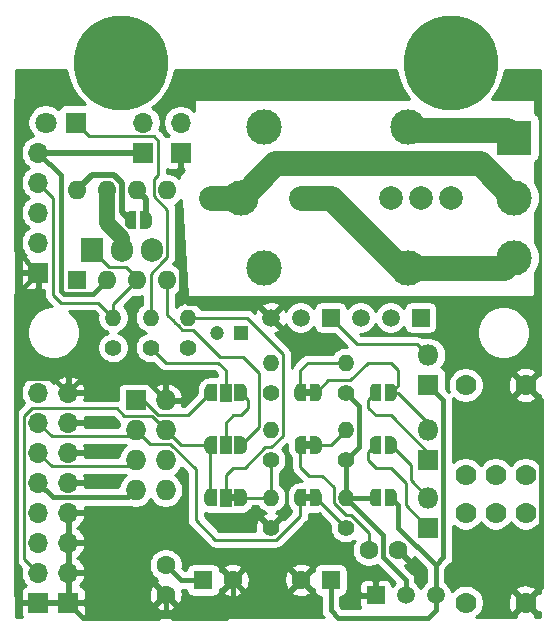
<source format=gbl>
G04 #@! TF.GenerationSoftware,KiCad,Pcbnew,(5.1.6-0-10_14)*
G04 #@! TF.CreationDate,2021-04-24T23:59:31+01:00*
G04 #@! TF.ProjectId,WiFive55,57694669-7665-4353-952e-6b696361645f,0.13*
G04 #@! TF.SameCoordinates,Original*
G04 #@! TF.FileFunction,Copper,L2,Bot*
G04 #@! TF.FilePolarity,Positive*
%FSLAX46Y46*%
G04 Gerber Fmt 4.6, Leading zero omitted, Abs format (unit mm)*
G04 Created by KiCad (PCBNEW (5.1.6-0-10_14)) date 2021-04-24 23:59:31*
%MOMM*%
%LPD*%
G01*
G04 APERTURE LIST*
G04 #@! TA.AperFunction,EtchedComponent*
%ADD10C,0.100000*%
G04 #@! TD*
G04 #@! TA.AperFunction,ComponentPad*
%ADD11C,2.000000*%
G04 #@! TD*
G04 #@! TA.AperFunction,ComponentPad*
%ADD12C,1.600000*%
G04 #@! TD*
G04 #@! TA.AperFunction,ComponentPad*
%ADD13R,1.600000X1.600000*%
G04 #@! TD*
G04 #@! TA.AperFunction,ComponentPad*
%ADD14C,1.200000*%
G04 #@! TD*
G04 #@! TA.AperFunction,ComponentPad*
%ADD15R,1.200000X1.200000*%
G04 #@! TD*
G04 #@! TA.AperFunction,ComponentPad*
%ADD16O,1.400000X1.400000*%
G04 #@! TD*
G04 #@! TA.AperFunction,ComponentPad*
%ADD17C,1.400000*%
G04 #@! TD*
G04 #@! TA.AperFunction,ComponentPad*
%ADD18C,0.900000*%
G04 #@! TD*
G04 #@! TA.AperFunction,ComponentPad*
%ADD19C,8.000000*%
G04 #@! TD*
G04 #@! TA.AperFunction,ComponentPad*
%ADD20O,1.905000X2.000000*%
G04 #@! TD*
G04 #@! TA.AperFunction,ComponentPad*
%ADD21R,1.905000X2.000000*%
G04 #@! TD*
G04 #@! TA.AperFunction,ComponentPad*
%ADD22R,1.500000X1.500000*%
G04 #@! TD*
G04 #@! TA.AperFunction,ComponentPad*
%ADD23C,1.500000*%
G04 #@! TD*
G04 #@! TA.AperFunction,SMDPad,CuDef*
%ADD24C,0.100000*%
G04 #@! TD*
G04 #@! TA.AperFunction,ComponentPad*
%ADD25O,1.700000X1.700000*%
G04 #@! TD*
G04 #@! TA.AperFunction,ComponentPad*
%ADD26R,1.700000X1.700000*%
G04 #@! TD*
G04 #@! TA.AperFunction,ComponentPad*
%ADD27O,1.727200X1.727200*%
G04 #@! TD*
G04 #@! TA.AperFunction,ComponentPad*
%ADD28R,1.727200X1.727200*%
G04 #@! TD*
G04 #@! TA.AperFunction,ComponentPad*
%ADD29O,1.600000X1.600000*%
G04 #@! TD*
G04 #@! TA.AperFunction,SMDPad,CuDef*
%ADD30R,1.000000X1.500000*%
G04 #@! TD*
G04 #@! TA.AperFunction,ComponentPad*
%ADD31C,1.800000*%
G04 #@! TD*
G04 #@! TA.AperFunction,ComponentPad*
%ADD32R,1.800000X1.800000*%
G04 #@! TD*
G04 #@! TA.AperFunction,ComponentPad*
%ADD33C,3.000000*%
G04 #@! TD*
G04 #@! TA.AperFunction,ComponentPad*
%ADD34R,3.000000X3.000000*%
G04 #@! TD*
G04 #@! TA.AperFunction,ComponentPad*
%ADD35O,1.800000X1.800000*%
G04 #@! TD*
G04 #@! TA.AperFunction,ComponentPad*
%ADD36C,1.778000*%
G04 #@! TD*
G04 #@! TA.AperFunction,ViaPad*
%ADD37C,0.600000*%
G04 #@! TD*
G04 #@! TA.AperFunction,Conductor*
%ADD38C,0.400000*%
G04 #@! TD*
G04 #@! TA.AperFunction,Conductor*
%ADD39C,0.250000*%
G04 #@! TD*
G04 #@! TA.AperFunction,Conductor*
%ADD40C,0.530000*%
G04 #@! TD*
G04 #@! TA.AperFunction,Conductor*
%ADD41C,2.100000*%
G04 #@! TD*
G04 #@! TA.AperFunction,Conductor*
%ADD42C,1.370000*%
G04 #@! TD*
G04 #@! TA.AperFunction,Conductor*
%ADD43C,0.254000*%
G04 #@! TD*
G04 APERTURE END LIST*
D10*
G36*
X125965000Y-76500000D02*
G01*
X125465000Y-76500000D01*
X125465000Y-75900000D01*
X125965000Y-75900000D01*
X125965000Y-76500000D01*
G37*
G36*
X125465000Y-84790000D02*
G01*
X125965000Y-84790000D01*
X125965000Y-85390000D01*
X125465000Y-85390000D01*
X125465000Y-84790000D01*
G37*
G36*
X125480000Y-80345000D02*
G01*
X125980000Y-80345000D01*
X125980000Y-80945000D01*
X125480000Y-80945000D01*
X125480000Y-80345000D01*
G37*
G36*
X119645000Y-84790000D02*
G01*
X119145000Y-84790000D01*
X119145000Y-85390000D01*
X119645000Y-85390000D01*
X119645000Y-84790000D01*
G37*
D11*
X137795000Y-59690000D03*
X135255000Y-59690000D03*
X132715000Y-59690000D03*
X127635000Y-59690000D03*
X125095000Y-59690000D03*
X117475000Y-59690000D03*
D12*
X119340000Y-92075000D03*
D13*
X116840000Y-92075000D03*
D12*
X125135000Y-92075000D03*
D13*
X127635000Y-92075000D03*
D14*
X118015000Y-71120000D03*
D15*
X120015000Y-71120000D03*
D16*
X115570000Y-69850000D03*
D17*
X115570000Y-72390000D03*
D18*
X138943050Y-45488362D03*
X136646950Y-45488361D03*
X135023362Y-47111950D03*
X135023361Y-49408050D03*
X136646950Y-51031638D03*
X138943050Y-51031639D03*
X140566638Y-49408050D03*
X140566639Y-47111950D03*
D19*
X137795000Y-48260000D03*
D18*
X111003050Y-45488362D03*
X108706950Y-45488361D03*
X107083362Y-47111950D03*
X107083361Y-49408050D03*
X108706950Y-51031638D03*
X111003050Y-51031639D03*
X112626638Y-49408050D03*
X112626639Y-47111950D03*
D19*
X109855000Y-48260000D03*
D20*
X112530000Y-64135000D03*
X109990000Y-64135000D03*
D21*
X107450000Y-64135000D03*
D22*
X135255000Y-69850000D03*
D23*
X130175000Y-69850000D03*
X132715000Y-69850000D03*
D22*
X127635000Y-69850000D03*
D23*
X122555000Y-69850000D03*
X125095000Y-69850000D03*
G04 #@! TA.AperFunction,SMDPad,CuDef*
D24*
G36*
X110690000Y-62344398D02*
G01*
X110665466Y-62344398D01*
X110616635Y-62339588D01*
X110568510Y-62330016D01*
X110521555Y-62315772D01*
X110476222Y-62296995D01*
X110432949Y-62273864D01*
X110392150Y-62246604D01*
X110354221Y-62215476D01*
X110319524Y-62180779D01*
X110288396Y-62142850D01*
X110261136Y-62102051D01*
X110238005Y-62058778D01*
X110219228Y-62013445D01*
X110204984Y-61966490D01*
X110195412Y-61918365D01*
X110190602Y-61869534D01*
X110190602Y-61845000D01*
X110190000Y-61845000D01*
X110190000Y-61345000D01*
X110190602Y-61345000D01*
X110190602Y-61320466D01*
X110195412Y-61271635D01*
X110204984Y-61223510D01*
X110219228Y-61176555D01*
X110238005Y-61131222D01*
X110261136Y-61087949D01*
X110288396Y-61047150D01*
X110319524Y-61009221D01*
X110354221Y-60974524D01*
X110392150Y-60943396D01*
X110432949Y-60916136D01*
X110476222Y-60893005D01*
X110521555Y-60874228D01*
X110568510Y-60859984D01*
X110616635Y-60850412D01*
X110665466Y-60845602D01*
X110690000Y-60845602D01*
X110690000Y-60845000D01*
X111190000Y-60845000D01*
X111190000Y-62345000D01*
X110690000Y-62345000D01*
X110690000Y-62344398D01*
G37*
G04 #@! TD.AperFunction*
G04 #@! TA.AperFunction,SMDPad,CuDef*
G36*
X111490000Y-60845000D02*
G01*
X111990000Y-60845000D01*
X111990000Y-60845602D01*
X112014534Y-60845602D01*
X112063365Y-60850412D01*
X112111490Y-60859984D01*
X112158445Y-60874228D01*
X112203778Y-60893005D01*
X112247051Y-60916136D01*
X112287850Y-60943396D01*
X112325779Y-60974524D01*
X112360476Y-61009221D01*
X112391604Y-61047150D01*
X112418864Y-61087949D01*
X112441995Y-61131222D01*
X112460772Y-61176555D01*
X112475016Y-61223510D01*
X112484588Y-61271635D01*
X112489398Y-61320466D01*
X112489398Y-61345000D01*
X112490000Y-61345000D01*
X112490000Y-61845000D01*
X112489398Y-61845000D01*
X112489398Y-61869534D01*
X112484588Y-61918365D01*
X112475016Y-61966490D01*
X112460772Y-62013445D01*
X112441995Y-62058778D01*
X112418864Y-62102051D01*
X112391604Y-62142850D01*
X112360476Y-62180779D01*
X112325779Y-62215476D01*
X112287850Y-62246604D01*
X112247051Y-62273864D01*
X112203778Y-62296995D01*
X112158445Y-62315772D01*
X112111490Y-62330016D01*
X112063365Y-62339588D01*
X112014534Y-62344398D01*
X111990000Y-62344398D01*
X111990000Y-62345000D01*
X111490000Y-62345000D01*
X111490000Y-60845000D01*
G37*
G04 #@! TD.AperFunction*
D25*
X111760000Y-53340000D03*
D26*
X111760000Y-55880000D03*
D25*
X114935000Y-53340000D03*
D26*
X114935000Y-55880000D03*
D16*
X122555000Y-85090000D03*
D17*
X122555000Y-87630000D03*
D16*
X122555000Y-73660000D03*
D17*
X122555000Y-76200000D03*
D16*
X128905000Y-73660000D03*
D17*
X128905000Y-76200000D03*
D16*
X128905000Y-79375000D03*
D17*
X128905000Y-81915000D03*
D16*
X128905000Y-85090000D03*
D17*
X128905000Y-87630000D03*
D16*
X112395000Y-69850000D03*
D17*
X112395000Y-72390000D03*
D16*
X122555000Y-79375000D03*
D17*
X122555000Y-81915000D03*
D16*
X109220000Y-69850000D03*
D17*
X109220000Y-72390000D03*
G04 #@! TA.AperFunction,SMDPad,CuDef*
D24*
G36*
X125565000Y-76950000D02*
G01*
X125065000Y-76950000D01*
X125065000Y-76949398D01*
X125040466Y-76949398D01*
X124991635Y-76944588D01*
X124943510Y-76935016D01*
X124896555Y-76920772D01*
X124851222Y-76901995D01*
X124807949Y-76878864D01*
X124767150Y-76851604D01*
X124729221Y-76820476D01*
X124694524Y-76785779D01*
X124663396Y-76747850D01*
X124636136Y-76707051D01*
X124613005Y-76663778D01*
X124594228Y-76618445D01*
X124579984Y-76571490D01*
X124570412Y-76523365D01*
X124565602Y-76474534D01*
X124565602Y-76450000D01*
X124565000Y-76450000D01*
X124565000Y-75950000D01*
X124565602Y-75950000D01*
X124565602Y-75925466D01*
X124570412Y-75876635D01*
X124579984Y-75828510D01*
X124594228Y-75781555D01*
X124613005Y-75736222D01*
X124636136Y-75692949D01*
X124663396Y-75652150D01*
X124694524Y-75614221D01*
X124729221Y-75579524D01*
X124767150Y-75548396D01*
X124807949Y-75521136D01*
X124851222Y-75498005D01*
X124896555Y-75479228D01*
X124943510Y-75464984D01*
X124991635Y-75455412D01*
X125040466Y-75450602D01*
X125065000Y-75450602D01*
X125065000Y-75450000D01*
X125565000Y-75450000D01*
X125565000Y-76950000D01*
G37*
G04 #@! TD.AperFunction*
G04 #@! TA.AperFunction,SMDPad,CuDef*
G36*
X126365000Y-75450602D02*
G01*
X126389534Y-75450602D01*
X126438365Y-75455412D01*
X126486490Y-75464984D01*
X126533445Y-75479228D01*
X126578778Y-75498005D01*
X126622051Y-75521136D01*
X126662850Y-75548396D01*
X126700779Y-75579524D01*
X126735476Y-75614221D01*
X126766604Y-75652150D01*
X126793864Y-75692949D01*
X126816995Y-75736222D01*
X126835772Y-75781555D01*
X126850016Y-75828510D01*
X126859588Y-75876635D01*
X126864398Y-75925466D01*
X126864398Y-75950000D01*
X126865000Y-75950000D01*
X126865000Y-76450000D01*
X126864398Y-76450000D01*
X126864398Y-76474534D01*
X126859588Y-76523365D01*
X126850016Y-76571490D01*
X126835772Y-76618445D01*
X126816995Y-76663778D01*
X126793864Y-76707051D01*
X126766604Y-76747850D01*
X126735476Y-76785779D01*
X126700779Y-76820476D01*
X126662850Y-76851604D01*
X126622051Y-76878864D01*
X126578778Y-76901995D01*
X126533445Y-76920772D01*
X126486490Y-76935016D01*
X126438365Y-76944588D01*
X126389534Y-76949398D01*
X126365000Y-76949398D01*
X126365000Y-76950000D01*
X125865000Y-76950000D01*
X125865000Y-75450000D01*
X126365000Y-75450000D01*
X126365000Y-75450602D01*
G37*
G04 #@! TD.AperFunction*
G04 #@! TA.AperFunction,SMDPad,CuDef*
G36*
X125865000Y-84340000D02*
G01*
X126365000Y-84340000D01*
X126365000Y-84340602D01*
X126389534Y-84340602D01*
X126438365Y-84345412D01*
X126486490Y-84354984D01*
X126533445Y-84369228D01*
X126578778Y-84388005D01*
X126622051Y-84411136D01*
X126662850Y-84438396D01*
X126700779Y-84469524D01*
X126735476Y-84504221D01*
X126766604Y-84542150D01*
X126793864Y-84582949D01*
X126816995Y-84626222D01*
X126835772Y-84671555D01*
X126850016Y-84718510D01*
X126859588Y-84766635D01*
X126864398Y-84815466D01*
X126864398Y-84840000D01*
X126865000Y-84840000D01*
X126865000Y-85340000D01*
X126864398Y-85340000D01*
X126864398Y-85364534D01*
X126859588Y-85413365D01*
X126850016Y-85461490D01*
X126835772Y-85508445D01*
X126816995Y-85553778D01*
X126793864Y-85597051D01*
X126766604Y-85637850D01*
X126735476Y-85675779D01*
X126700779Y-85710476D01*
X126662850Y-85741604D01*
X126622051Y-85768864D01*
X126578778Y-85791995D01*
X126533445Y-85810772D01*
X126486490Y-85825016D01*
X126438365Y-85834588D01*
X126389534Y-85839398D01*
X126365000Y-85839398D01*
X126365000Y-85840000D01*
X125865000Y-85840000D01*
X125865000Y-84340000D01*
G37*
G04 #@! TD.AperFunction*
G04 #@! TA.AperFunction,SMDPad,CuDef*
G36*
X125065000Y-85839398D02*
G01*
X125040466Y-85839398D01*
X124991635Y-85834588D01*
X124943510Y-85825016D01*
X124896555Y-85810772D01*
X124851222Y-85791995D01*
X124807949Y-85768864D01*
X124767150Y-85741604D01*
X124729221Y-85710476D01*
X124694524Y-85675779D01*
X124663396Y-85637850D01*
X124636136Y-85597051D01*
X124613005Y-85553778D01*
X124594228Y-85508445D01*
X124579984Y-85461490D01*
X124570412Y-85413365D01*
X124565602Y-85364534D01*
X124565602Y-85340000D01*
X124565000Y-85340000D01*
X124565000Y-84840000D01*
X124565602Y-84840000D01*
X124565602Y-84815466D01*
X124570412Y-84766635D01*
X124579984Y-84718510D01*
X124594228Y-84671555D01*
X124613005Y-84626222D01*
X124636136Y-84582949D01*
X124663396Y-84542150D01*
X124694524Y-84504221D01*
X124729221Y-84469524D01*
X124767150Y-84438396D01*
X124807949Y-84411136D01*
X124851222Y-84388005D01*
X124896555Y-84369228D01*
X124943510Y-84354984D01*
X124991635Y-84345412D01*
X125040466Y-84340602D01*
X125065000Y-84340602D01*
X125065000Y-84340000D01*
X125565000Y-84340000D01*
X125565000Y-85840000D01*
X125065000Y-85840000D01*
X125065000Y-85839398D01*
G37*
G04 #@! TD.AperFunction*
G04 #@! TA.AperFunction,SMDPad,CuDef*
G36*
X125880000Y-79895000D02*
G01*
X126380000Y-79895000D01*
X126380000Y-79895602D01*
X126404534Y-79895602D01*
X126453365Y-79900412D01*
X126501490Y-79909984D01*
X126548445Y-79924228D01*
X126593778Y-79943005D01*
X126637051Y-79966136D01*
X126677850Y-79993396D01*
X126715779Y-80024524D01*
X126750476Y-80059221D01*
X126781604Y-80097150D01*
X126808864Y-80137949D01*
X126831995Y-80181222D01*
X126850772Y-80226555D01*
X126865016Y-80273510D01*
X126874588Y-80321635D01*
X126879398Y-80370466D01*
X126879398Y-80395000D01*
X126880000Y-80395000D01*
X126880000Y-80895000D01*
X126879398Y-80895000D01*
X126879398Y-80919534D01*
X126874588Y-80968365D01*
X126865016Y-81016490D01*
X126850772Y-81063445D01*
X126831995Y-81108778D01*
X126808864Y-81152051D01*
X126781604Y-81192850D01*
X126750476Y-81230779D01*
X126715779Y-81265476D01*
X126677850Y-81296604D01*
X126637051Y-81323864D01*
X126593778Y-81346995D01*
X126548445Y-81365772D01*
X126501490Y-81380016D01*
X126453365Y-81389588D01*
X126404534Y-81394398D01*
X126380000Y-81394398D01*
X126380000Y-81395000D01*
X125880000Y-81395000D01*
X125880000Y-79895000D01*
G37*
G04 #@! TD.AperFunction*
G04 #@! TA.AperFunction,SMDPad,CuDef*
G36*
X125080000Y-81394398D02*
G01*
X125055466Y-81394398D01*
X125006635Y-81389588D01*
X124958510Y-81380016D01*
X124911555Y-81365772D01*
X124866222Y-81346995D01*
X124822949Y-81323864D01*
X124782150Y-81296604D01*
X124744221Y-81265476D01*
X124709524Y-81230779D01*
X124678396Y-81192850D01*
X124651136Y-81152051D01*
X124628005Y-81108778D01*
X124609228Y-81063445D01*
X124594984Y-81016490D01*
X124585412Y-80968365D01*
X124580602Y-80919534D01*
X124580602Y-80895000D01*
X124580000Y-80895000D01*
X124580000Y-80395000D01*
X124580602Y-80395000D01*
X124580602Y-80370466D01*
X124585412Y-80321635D01*
X124594984Y-80273510D01*
X124609228Y-80226555D01*
X124628005Y-80181222D01*
X124651136Y-80137949D01*
X124678396Y-80097150D01*
X124709524Y-80059221D01*
X124744221Y-80024524D01*
X124782150Y-79993396D01*
X124822949Y-79966136D01*
X124866222Y-79943005D01*
X124911555Y-79924228D01*
X124958510Y-79909984D01*
X125006635Y-79900412D01*
X125055466Y-79895602D01*
X125080000Y-79895602D01*
X125080000Y-79895000D01*
X125580000Y-79895000D01*
X125580000Y-81395000D01*
X125080000Y-81395000D01*
X125080000Y-81394398D01*
G37*
G04 #@! TD.AperFunction*
D22*
X131445000Y-93345000D03*
D23*
X136525000Y-93345000D03*
X133985000Y-93345000D03*
G04 #@! TA.AperFunction,SMDPad,CuDef*
D24*
G36*
X132730000Y-79895602D02*
G01*
X132754534Y-79895602D01*
X132803365Y-79900412D01*
X132851490Y-79909984D01*
X132898445Y-79924228D01*
X132943778Y-79943005D01*
X132987051Y-79966136D01*
X133027850Y-79993396D01*
X133065779Y-80024524D01*
X133100476Y-80059221D01*
X133131604Y-80097150D01*
X133158864Y-80137949D01*
X133181995Y-80181222D01*
X133200772Y-80226555D01*
X133215016Y-80273510D01*
X133224588Y-80321635D01*
X133229398Y-80370466D01*
X133229398Y-80395000D01*
X133230000Y-80395000D01*
X133230000Y-80895000D01*
X133229398Y-80895000D01*
X133229398Y-80919534D01*
X133224588Y-80968365D01*
X133215016Y-81016490D01*
X133200772Y-81063445D01*
X133181995Y-81108778D01*
X133158864Y-81152051D01*
X133131604Y-81192850D01*
X133100476Y-81230779D01*
X133065779Y-81265476D01*
X133027850Y-81296604D01*
X132987051Y-81323864D01*
X132943778Y-81346995D01*
X132898445Y-81365772D01*
X132851490Y-81380016D01*
X132803365Y-81389588D01*
X132754534Y-81394398D01*
X132730000Y-81394398D01*
X132730000Y-81395000D01*
X132230000Y-81395000D01*
X132230000Y-79895000D01*
X132730000Y-79895000D01*
X132730000Y-79895602D01*
G37*
G04 #@! TD.AperFunction*
G04 #@! TA.AperFunction,SMDPad,CuDef*
G36*
X131930000Y-81395000D02*
G01*
X131430000Y-81395000D01*
X131430000Y-81394398D01*
X131405466Y-81394398D01*
X131356635Y-81389588D01*
X131308510Y-81380016D01*
X131261555Y-81365772D01*
X131216222Y-81346995D01*
X131172949Y-81323864D01*
X131132150Y-81296604D01*
X131094221Y-81265476D01*
X131059524Y-81230779D01*
X131028396Y-81192850D01*
X131001136Y-81152051D01*
X130978005Y-81108778D01*
X130959228Y-81063445D01*
X130944984Y-81016490D01*
X130935412Y-80968365D01*
X130930602Y-80919534D01*
X130930602Y-80895000D01*
X130930000Y-80895000D01*
X130930000Y-80395000D01*
X130930602Y-80395000D01*
X130930602Y-80370466D01*
X130935412Y-80321635D01*
X130944984Y-80273510D01*
X130959228Y-80226555D01*
X130978005Y-80181222D01*
X131001136Y-80137949D01*
X131028396Y-80097150D01*
X131059524Y-80059221D01*
X131094221Y-80024524D01*
X131132150Y-79993396D01*
X131172949Y-79966136D01*
X131216222Y-79943005D01*
X131261555Y-79924228D01*
X131308510Y-79909984D01*
X131356635Y-79900412D01*
X131405466Y-79895602D01*
X131430000Y-79895602D01*
X131430000Y-79895000D01*
X131930000Y-79895000D01*
X131930000Y-81395000D01*
G37*
G04 #@! TD.AperFunction*
G04 #@! TA.AperFunction,SMDPad,CuDef*
G36*
X132730000Y-75450602D02*
G01*
X132754534Y-75450602D01*
X132803365Y-75455412D01*
X132851490Y-75464984D01*
X132898445Y-75479228D01*
X132943778Y-75498005D01*
X132987051Y-75521136D01*
X133027850Y-75548396D01*
X133065779Y-75579524D01*
X133100476Y-75614221D01*
X133131604Y-75652150D01*
X133158864Y-75692949D01*
X133181995Y-75736222D01*
X133200772Y-75781555D01*
X133215016Y-75828510D01*
X133224588Y-75876635D01*
X133229398Y-75925466D01*
X133229398Y-75950000D01*
X133230000Y-75950000D01*
X133230000Y-76450000D01*
X133229398Y-76450000D01*
X133229398Y-76474534D01*
X133224588Y-76523365D01*
X133215016Y-76571490D01*
X133200772Y-76618445D01*
X133181995Y-76663778D01*
X133158864Y-76707051D01*
X133131604Y-76747850D01*
X133100476Y-76785779D01*
X133065779Y-76820476D01*
X133027850Y-76851604D01*
X132987051Y-76878864D01*
X132943778Y-76901995D01*
X132898445Y-76920772D01*
X132851490Y-76935016D01*
X132803365Y-76944588D01*
X132754534Y-76949398D01*
X132730000Y-76949398D01*
X132730000Y-76950000D01*
X132230000Y-76950000D01*
X132230000Y-75450000D01*
X132730000Y-75450000D01*
X132730000Y-75450602D01*
G37*
G04 #@! TD.AperFunction*
G04 #@! TA.AperFunction,SMDPad,CuDef*
G36*
X131930000Y-76950000D02*
G01*
X131430000Y-76950000D01*
X131430000Y-76949398D01*
X131405466Y-76949398D01*
X131356635Y-76944588D01*
X131308510Y-76935016D01*
X131261555Y-76920772D01*
X131216222Y-76901995D01*
X131172949Y-76878864D01*
X131132150Y-76851604D01*
X131094221Y-76820476D01*
X131059524Y-76785779D01*
X131028396Y-76747850D01*
X131001136Y-76707051D01*
X130978005Y-76663778D01*
X130959228Y-76618445D01*
X130944984Y-76571490D01*
X130935412Y-76523365D01*
X130930602Y-76474534D01*
X130930602Y-76450000D01*
X130930000Y-76450000D01*
X130930000Y-75950000D01*
X130930602Y-75950000D01*
X130930602Y-75925466D01*
X130935412Y-75876635D01*
X130944984Y-75828510D01*
X130959228Y-75781555D01*
X130978005Y-75736222D01*
X131001136Y-75692949D01*
X131028396Y-75652150D01*
X131059524Y-75614221D01*
X131094221Y-75579524D01*
X131132150Y-75548396D01*
X131172949Y-75521136D01*
X131216222Y-75498005D01*
X131261555Y-75479228D01*
X131308510Y-75464984D01*
X131356635Y-75455412D01*
X131405466Y-75450602D01*
X131430000Y-75450602D01*
X131430000Y-75450000D01*
X131930000Y-75450000D01*
X131930000Y-76950000D01*
G37*
G04 #@! TD.AperFunction*
D25*
X105410000Y-76200000D03*
X105410000Y-78740000D03*
X105410000Y-81280000D03*
X105410000Y-83820000D03*
X105410000Y-86360000D03*
X105410000Y-88900000D03*
X105410000Y-91440000D03*
D26*
X105410000Y-93980000D03*
D25*
X102870000Y-76200000D03*
X102870000Y-78740000D03*
X102870000Y-81280000D03*
X102870000Y-83820000D03*
X102870000Y-86360000D03*
X102870000Y-88900000D03*
X102870000Y-91440000D03*
D26*
X102870000Y-93980000D03*
D25*
X102870000Y-55880000D03*
X102870000Y-58420000D03*
X102870000Y-60960000D03*
X102870000Y-63500000D03*
D26*
X102870000Y-66040000D03*
D27*
X113665000Y-84455000D03*
X111125000Y-84455000D03*
X113665000Y-81915000D03*
X111125000Y-81915000D03*
X113665000Y-79375000D03*
X111125000Y-79375000D03*
X113665000Y-76835000D03*
D28*
X111125000Y-76835000D03*
D12*
X113665000Y-93305000D03*
X113665000Y-90805000D03*
D29*
X106180000Y-59055000D03*
X113800000Y-66675000D03*
X108720000Y-59055000D03*
X111260000Y-66675000D03*
X111260000Y-59055000D03*
X108720000Y-66675000D03*
X113800000Y-59055000D03*
D13*
X106180000Y-66675000D03*
G04 #@! TA.AperFunction,SMDPad,CuDef*
D24*
G36*
X119495000Y-84340000D02*
G01*
X120045000Y-84340000D01*
X120045000Y-84340602D01*
X120069534Y-84340602D01*
X120118365Y-84345412D01*
X120166490Y-84354984D01*
X120213445Y-84369228D01*
X120258778Y-84388005D01*
X120302051Y-84411136D01*
X120342850Y-84438396D01*
X120380779Y-84469524D01*
X120415476Y-84504221D01*
X120446604Y-84542150D01*
X120473864Y-84582949D01*
X120496995Y-84626222D01*
X120515772Y-84671555D01*
X120530016Y-84718510D01*
X120539588Y-84766635D01*
X120544398Y-84815466D01*
X120544398Y-84840000D01*
X120545000Y-84840000D01*
X120545000Y-85340000D01*
X120544398Y-85340000D01*
X120544398Y-85364534D01*
X120539588Y-85413365D01*
X120530016Y-85461490D01*
X120515772Y-85508445D01*
X120496995Y-85553778D01*
X120473864Y-85597051D01*
X120446604Y-85637850D01*
X120415476Y-85675779D01*
X120380779Y-85710476D01*
X120342850Y-85741604D01*
X120302051Y-85768864D01*
X120258778Y-85791995D01*
X120213445Y-85810772D01*
X120166490Y-85825016D01*
X120118365Y-85834588D01*
X120069534Y-85839398D01*
X120045000Y-85839398D01*
X120045000Y-85840000D01*
X119495000Y-85840000D01*
X119495000Y-84340000D01*
G37*
G04 #@! TD.AperFunction*
D30*
X118745000Y-85090000D03*
G04 #@! TA.AperFunction,SMDPad,CuDef*
D24*
G36*
X117445000Y-85839398D02*
G01*
X117420466Y-85839398D01*
X117371635Y-85834588D01*
X117323510Y-85825016D01*
X117276555Y-85810772D01*
X117231222Y-85791995D01*
X117187949Y-85768864D01*
X117147150Y-85741604D01*
X117109221Y-85710476D01*
X117074524Y-85675779D01*
X117043396Y-85637850D01*
X117016136Y-85597051D01*
X116993005Y-85553778D01*
X116974228Y-85508445D01*
X116959984Y-85461490D01*
X116950412Y-85413365D01*
X116945602Y-85364534D01*
X116945602Y-85340000D01*
X116945000Y-85340000D01*
X116945000Y-84840000D01*
X116945602Y-84840000D01*
X116945602Y-84815466D01*
X116950412Y-84766635D01*
X116959984Y-84718510D01*
X116974228Y-84671555D01*
X116993005Y-84626222D01*
X117016136Y-84582949D01*
X117043396Y-84542150D01*
X117074524Y-84504221D01*
X117109221Y-84469524D01*
X117147150Y-84438396D01*
X117187949Y-84411136D01*
X117231222Y-84388005D01*
X117276555Y-84369228D01*
X117323510Y-84354984D01*
X117371635Y-84345412D01*
X117420466Y-84340602D01*
X117445000Y-84340602D01*
X117445000Y-84340000D01*
X117995000Y-84340000D01*
X117995000Y-85840000D01*
X117445000Y-85840000D01*
X117445000Y-85839398D01*
G37*
G04 #@! TD.AperFunction*
D31*
X103505000Y-53340000D03*
D32*
X106045000Y-53340000D03*
D33*
X143192500Y-64770000D03*
X143192500Y-59690000D03*
D34*
X143192500Y-54610000D03*
D35*
X135890000Y-73025000D03*
D32*
X135890000Y-75565000D03*
D35*
X135890000Y-85090000D03*
D32*
X135890000Y-87630000D03*
D35*
X135890000Y-79375000D03*
D32*
X135890000Y-81915000D03*
D30*
X118745000Y-80645000D03*
G04 #@! TA.AperFunction,SMDPad,CuDef*
D24*
G36*
X120045000Y-79895602D02*
G01*
X120069534Y-79895602D01*
X120118365Y-79900412D01*
X120166490Y-79909984D01*
X120213445Y-79924228D01*
X120258778Y-79943005D01*
X120302051Y-79966136D01*
X120342850Y-79993396D01*
X120380779Y-80024524D01*
X120415476Y-80059221D01*
X120446604Y-80097150D01*
X120473864Y-80137949D01*
X120496995Y-80181222D01*
X120515772Y-80226555D01*
X120530016Y-80273510D01*
X120539588Y-80321635D01*
X120544398Y-80370466D01*
X120544398Y-80395000D01*
X120545000Y-80395000D01*
X120545000Y-80895000D01*
X120544398Y-80895000D01*
X120544398Y-80919534D01*
X120539588Y-80968365D01*
X120530016Y-81016490D01*
X120515772Y-81063445D01*
X120496995Y-81108778D01*
X120473864Y-81152051D01*
X120446604Y-81192850D01*
X120415476Y-81230779D01*
X120380779Y-81265476D01*
X120342850Y-81296604D01*
X120302051Y-81323864D01*
X120258778Y-81346995D01*
X120213445Y-81365772D01*
X120166490Y-81380016D01*
X120118365Y-81389588D01*
X120069534Y-81394398D01*
X120045000Y-81394398D01*
X120045000Y-81395000D01*
X119495000Y-81395000D01*
X119495000Y-79895000D01*
X120045000Y-79895000D01*
X120045000Y-79895602D01*
G37*
G04 #@! TD.AperFunction*
G04 #@! TA.AperFunction,SMDPad,CuDef*
G36*
X117995000Y-81395000D02*
G01*
X117445000Y-81395000D01*
X117445000Y-81394398D01*
X117420466Y-81394398D01*
X117371635Y-81389588D01*
X117323510Y-81380016D01*
X117276555Y-81365772D01*
X117231222Y-81346995D01*
X117187949Y-81323864D01*
X117147150Y-81296604D01*
X117109221Y-81265476D01*
X117074524Y-81230779D01*
X117043396Y-81192850D01*
X117016136Y-81152051D01*
X116993005Y-81108778D01*
X116974228Y-81063445D01*
X116959984Y-81016490D01*
X116950412Y-80968365D01*
X116945602Y-80919534D01*
X116945602Y-80895000D01*
X116945000Y-80895000D01*
X116945000Y-80395000D01*
X116945602Y-80395000D01*
X116945602Y-80370466D01*
X116950412Y-80321635D01*
X116959984Y-80273510D01*
X116974228Y-80226555D01*
X116993005Y-80181222D01*
X117016136Y-80137949D01*
X117043396Y-80097150D01*
X117074524Y-80059221D01*
X117109221Y-80024524D01*
X117147150Y-79993396D01*
X117187949Y-79966136D01*
X117231222Y-79943005D01*
X117276555Y-79924228D01*
X117323510Y-79909984D01*
X117371635Y-79900412D01*
X117420466Y-79895602D01*
X117445000Y-79895602D01*
X117445000Y-79895000D01*
X117995000Y-79895000D01*
X117995000Y-81395000D01*
G37*
G04 #@! TD.AperFunction*
D30*
X118745000Y-76200000D03*
G04 #@! TA.AperFunction,SMDPad,CuDef*
D24*
G36*
X117445000Y-76949398D02*
G01*
X117420466Y-76949398D01*
X117371635Y-76944588D01*
X117323510Y-76935016D01*
X117276555Y-76920772D01*
X117231222Y-76901995D01*
X117187949Y-76878864D01*
X117147150Y-76851604D01*
X117109221Y-76820476D01*
X117074524Y-76785779D01*
X117043396Y-76747850D01*
X117016136Y-76707051D01*
X116993005Y-76663778D01*
X116974228Y-76618445D01*
X116959984Y-76571490D01*
X116950412Y-76523365D01*
X116945602Y-76474534D01*
X116945602Y-76450000D01*
X116945000Y-76450000D01*
X116945000Y-75950000D01*
X116945602Y-75950000D01*
X116945602Y-75925466D01*
X116950412Y-75876635D01*
X116959984Y-75828510D01*
X116974228Y-75781555D01*
X116993005Y-75736222D01*
X117016136Y-75692949D01*
X117043396Y-75652150D01*
X117074524Y-75614221D01*
X117109221Y-75579524D01*
X117147150Y-75548396D01*
X117187949Y-75521136D01*
X117231222Y-75498005D01*
X117276555Y-75479228D01*
X117323510Y-75464984D01*
X117371635Y-75455412D01*
X117420466Y-75450602D01*
X117445000Y-75450602D01*
X117445000Y-75450000D01*
X117995000Y-75450000D01*
X117995000Y-76950000D01*
X117445000Y-76950000D01*
X117445000Y-76949398D01*
G37*
G04 #@! TD.AperFunction*
G04 #@! TA.AperFunction,SMDPad,CuDef*
G36*
X119495000Y-75450000D02*
G01*
X120045000Y-75450000D01*
X120045000Y-75450602D01*
X120069534Y-75450602D01*
X120118365Y-75455412D01*
X120166490Y-75464984D01*
X120213445Y-75479228D01*
X120258778Y-75498005D01*
X120302051Y-75521136D01*
X120342850Y-75548396D01*
X120380779Y-75579524D01*
X120415476Y-75614221D01*
X120446604Y-75652150D01*
X120473864Y-75692949D01*
X120496995Y-75736222D01*
X120515772Y-75781555D01*
X120530016Y-75828510D01*
X120539588Y-75876635D01*
X120544398Y-75925466D01*
X120544398Y-75950000D01*
X120545000Y-75950000D01*
X120545000Y-76450000D01*
X120544398Y-76450000D01*
X120544398Y-76474534D01*
X120539588Y-76523365D01*
X120530016Y-76571490D01*
X120515772Y-76618445D01*
X120496995Y-76663778D01*
X120473864Y-76707051D01*
X120446604Y-76747850D01*
X120415476Y-76785779D01*
X120380779Y-76820476D01*
X120342850Y-76851604D01*
X120302051Y-76878864D01*
X120258778Y-76901995D01*
X120213445Y-76920772D01*
X120166490Y-76935016D01*
X120118365Y-76944588D01*
X120069534Y-76949398D01*
X120045000Y-76949398D01*
X120045000Y-76950000D01*
X119495000Y-76950000D01*
X119495000Y-75450000D01*
G37*
G04 #@! TD.AperFunction*
G04 #@! TA.AperFunction,SMDPad,CuDef*
G36*
X131430000Y-85839398D02*
G01*
X131405466Y-85839398D01*
X131356635Y-85834588D01*
X131308510Y-85825016D01*
X131261555Y-85810772D01*
X131216222Y-85791995D01*
X131172949Y-85768864D01*
X131132150Y-85741604D01*
X131094221Y-85710476D01*
X131059524Y-85675779D01*
X131028396Y-85637850D01*
X131001136Y-85597051D01*
X130978005Y-85553778D01*
X130959228Y-85508445D01*
X130944984Y-85461490D01*
X130935412Y-85413365D01*
X130930602Y-85364534D01*
X130930602Y-85340000D01*
X130930000Y-85340000D01*
X130930000Y-84840000D01*
X130930602Y-84840000D01*
X130930602Y-84815466D01*
X130935412Y-84766635D01*
X130944984Y-84718510D01*
X130959228Y-84671555D01*
X130978005Y-84626222D01*
X131001136Y-84582949D01*
X131028396Y-84542150D01*
X131059524Y-84504221D01*
X131094221Y-84469524D01*
X131132150Y-84438396D01*
X131172949Y-84411136D01*
X131216222Y-84388005D01*
X131261555Y-84369228D01*
X131308510Y-84354984D01*
X131356635Y-84345412D01*
X131405466Y-84340602D01*
X131430000Y-84340602D01*
X131430000Y-84340000D01*
X131930000Y-84340000D01*
X131930000Y-85840000D01*
X131430000Y-85840000D01*
X131430000Y-85839398D01*
G37*
G04 #@! TD.AperFunction*
G04 #@! TA.AperFunction,SMDPad,CuDef*
G36*
X132230000Y-84340000D02*
G01*
X132730000Y-84340000D01*
X132730000Y-84340602D01*
X132754534Y-84340602D01*
X132803365Y-84345412D01*
X132851490Y-84354984D01*
X132898445Y-84369228D01*
X132943778Y-84388005D01*
X132987051Y-84411136D01*
X133027850Y-84438396D01*
X133065779Y-84469524D01*
X133100476Y-84504221D01*
X133131604Y-84542150D01*
X133158864Y-84582949D01*
X133181995Y-84626222D01*
X133200772Y-84671555D01*
X133215016Y-84718510D01*
X133224588Y-84766635D01*
X133229398Y-84815466D01*
X133229398Y-84840000D01*
X133230000Y-84840000D01*
X133230000Y-85340000D01*
X133229398Y-85340000D01*
X133229398Y-85364534D01*
X133224588Y-85413365D01*
X133215016Y-85461490D01*
X133200772Y-85508445D01*
X133181995Y-85553778D01*
X133158864Y-85597051D01*
X133131604Y-85637850D01*
X133100476Y-85675779D01*
X133065779Y-85710476D01*
X133027850Y-85741604D01*
X132987051Y-85768864D01*
X132943778Y-85791995D01*
X132898445Y-85810772D01*
X132851490Y-85825016D01*
X132803365Y-85834588D01*
X132754534Y-85839398D01*
X132730000Y-85839398D01*
X132730000Y-85840000D01*
X132230000Y-85840000D01*
X132230000Y-84340000D01*
G37*
G04 #@! TD.AperFunction*
D36*
X144145000Y-86360000D03*
X141605000Y-86360000D03*
X139065000Y-86360000D03*
X139065000Y-93980000D03*
X144145000Y-93980000D03*
X139065000Y-83185000D03*
X141605000Y-83185000D03*
X144145000Y-83185000D03*
X144145000Y-75565000D03*
X139065000Y-75565000D03*
D33*
X120015000Y-59690000D03*
X122015000Y-53690000D03*
X134215000Y-53690000D03*
X134215000Y-65690000D03*
X122015000Y-65690000D03*
D12*
X130850000Y-89535000D03*
X133350000Y-89535000D03*
D37*
X144145000Y-50165000D03*
X102235000Y-50165000D03*
X114935000Y-64135000D03*
X123825000Y-50165000D03*
D38*
X131430000Y-85090000D02*
X128905000Y-85090000D01*
X128905000Y-85090000D02*
X128905000Y-81915000D01*
X130005001Y-77300001D02*
X128905000Y-76200000D01*
X130005001Y-80814999D02*
X130005001Y-77300001D01*
X128905000Y-81915000D02*
X130005001Y-80814999D01*
X132050001Y-88235001D02*
X132050001Y-90140001D01*
X128905000Y-85090000D02*
X132050001Y-88235001D01*
X133985000Y-92075000D02*
X133985000Y-93345000D01*
X132050001Y-90140001D02*
X133985000Y-92075000D01*
X110509999Y-85070001D02*
X104120001Y-85070001D01*
X111125000Y-84455000D02*
X110509999Y-85070001D01*
X114935000Y-92075000D02*
X113665000Y-90805000D01*
X116840000Y-92075000D02*
X114935000Y-92075000D01*
X104120001Y-85070001D02*
X102870000Y-83820000D01*
X145434001Y-76854001D02*
X144145000Y-75565000D01*
X113665000Y-76835000D02*
X112180001Y-75350001D01*
X145434001Y-92690999D02*
X144145000Y-93980000D01*
X145434001Y-76854001D02*
X145434001Y-92690999D01*
X100965000Y-93345000D02*
X101600000Y-93980000D01*
X105410000Y-88900000D02*
X105410000Y-91440000D01*
X105410000Y-91440000D02*
X105410000Y-93980000D01*
X109220000Y-95250000D02*
X106680000Y-95250000D01*
X109220000Y-95250000D02*
X108585000Y-95250000D01*
X112180001Y-75350001D02*
X108799999Y-75350001D01*
X108799999Y-75350001D02*
X106259999Y-75350001D01*
X108799999Y-75350001D02*
X108164999Y-75350001D01*
X109220000Y-95250000D02*
X113030000Y-95250000D01*
X100965000Y-74930000D02*
X100965000Y-93345000D01*
X100965000Y-67945000D02*
X100965000Y-74930000D01*
X119340000Y-92075000D02*
X119340000Y-94655000D01*
X119340000Y-94655000D02*
X118745000Y-95250000D01*
X113665000Y-94615000D02*
X114300000Y-95250000D01*
X113665000Y-93305000D02*
X113665000Y-94615000D01*
X114300000Y-95250000D02*
X118745000Y-95250000D01*
X113665000Y-94615000D02*
X113030000Y-95250000D01*
X105410000Y-93980000D02*
X106680000Y-95250000D01*
X101600000Y-93980000D02*
X102870000Y-93980000D01*
X102870000Y-93980000D02*
X105410000Y-93980000D01*
X106259999Y-75350001D02*
X105410000Y-76200000D01*
X104140000Y-74930000D02*
X105410000Y-76200000D01*
X100965000Y-74930000D02*
X104140000Y-74930000D01*
X100965000Y-67945000D02*
X102870000Y-66040000D01*
X121285000Y-68580000D02*
X122555000Y-69850000D01*
X102870000Y-66040000D02*
X100965000Y-64135000D01*
X100965000Y-64135000D02*
X100965000Y-51435000D01*
X100965000Y-51435000D02*
X102235000Y-50165000D01*
X116205000Y-68580000D02*
X116840000Y-68580000D01*
X116840000Y-68580000D02*
X121285000Y-68580000D01*
X115570000Y-68580000D02*
X116840000Y-68580000D01*
X115000001Y-68010001D02*
X115570000Y-68580000D01*
X115000001Y-64200001D02*
X114935000Y-64135000D01*
X115000001Y-68010001D02*
X115000001Y-64200001D01*
D39*
X120045000Y-85090000D02*
X122555000Y-85090000D01*
X122555000Y-85090000D02*
X122555000Y-81915000D01*
X117445000Y-76200000D02*
X115570000Y-78075000D01*
X111761410Y-76835000D02*
X111125000Y-76835000D01*
X113001410Y-78075000D02*
X111761410Y-76835000D01*
X115570000Y-78075000D02*
X113001410Y-78075000D01*
X112476399Y-78186399D02*
X113665000Y-79375000D01*
X109529197Y-77551399D02*
X110164197Y-78186399D01*
X110164197Y-78186399D02*
X112476399Y-78186399D01*
X114935000Y-80645000D02*
X113665000Y-79375000D01*
X117445000Y-80645000D02*
X114935000Y-80645000D01*
X117445000Y-80645000D02*
X117445000Y-85090000D01*
X104856399Y-77551399D02*
X109529197Y-77551399D01*
X104224599Y-77551399D02*
X104856399Y-77551399D01*
X102329999Y-90899999D02*
X102870000Y-91440000D01*
X101694999Y-78175999D02*
X101694999Y-90264999D01*
X101694999Y-90264999D02*
X102870000Y-91440000D01*
X102319599Y-77551399D02*
X101694999Y-78175999D01*
X103423601Y-77551399D02*
X102319599Y-77551399D01*
X102954599Y-77551399D02*
X103423601Y-77551399D01*
X103423601Y-77551399D02*
X104856399Y-77551399D01*
D38*
X136525000Y-90805000D02*
X136525000Y-93345000D01*
X135890000Y-75565000D02*
X137190001Y-76865001D01*
X136525000Y-94615000D02*
X135890000Y-95250000D01*
X136525000Y-93345000D02*
X136525000Y-94615000D01*
X137190001Y-90139999D02*
X136525000Y-90805000D01*
X137190001Y-76865001D02*
X137190001Y-90139999D01*
X133350000Y-85710000D02*
X132730000Y-85090000D01*
X133350000Y-87630000D02*
X133350000Y-85710000D01*
X136525000Y-90805000D02*
X133350000Y-87630000D01*
X127635000Y-92075000D02*
X127635000Y-94615000D01*
X127635000Y-94615000D02*
X128270000Y-95250000D01*
X128270000Y-95250000D02*
X135890000Y-95250000D01*
X105059999Y-67875001D02*
X104775000Y-67590002D01*
X107519999Y-67875001D02*
X108720000Y-66675000D01*
X106610001Y-67875001D02*
X107519999Y-67875001D01*
X106610001Y-67875001D02*
X105059999Y-67875001D01*
X104775000Y-57785000D02*
X102870000Y-55880000D01*
X104775000Y-67590002D02*
X104775000Y-57785000D01*
D40*
X111760000Y-55880000D02*
X102870000Y-55880000D01*
D38*
X139065000Y-94615000D02*
X139065000Y-93980000D01*
D39*
X125080000Y-80235364D02*
X125080000Y-80645000D01*
X110584999Y-82455001D02*
X111125000Y-81915000D01*
X109760001Y-82455001D02*
X110584999Y-82455001D01*
X109949999Y-82455001D02*
X109760001Y-82455001D01*
X109760001Y-82455001D02*
X106585001Y-82455001D01*
X106585001Y-82455001D02*
X105950001Y-82455001D01*
X125080000Y-82535000D02*
X125080000Y-80645000D01*
X126936204Y-83248796D02*
X125793796Y-83248796D01*
X128902997Y-86604999D02*
X127879999Y-85582001D01*
X127879999Y-85582001D02*
X127879999Y-84192591D01*
X127879999Y-84192591D02*
X126936204Y-83248796D01*
X130850000Y-89535000D02*
X130850000Y-88057998D01*
X129397001Y-86604999D02*
X128902997Y-86604999D01*
X125793796Y-83248796D02*
X125080000Y-82535000D01*
X130850000Y-88057998D02*
X129397001Y-86604999D01*
X104045001Y-82455001D02*
X102870000Y-81280000D01*
X104869999Y-82455001D02*
X104045001Y-82455001D01*
X106585001Y-82455001D02*
X104869999Y-82455001D01*
X104869999Y-82455001D02*
X104680001Y-82455001D01*
X110584999Y-79915001D02*
X111125000Y-79375000D01*
X112313601Y-80563601D02*
X111125000Y-79375000D01*
X114072731Y-80563601D02*
X112313601Y-80563601D01*
X117865001Y-88655001D02*
X116205000Y-86995000D01*
X123047001Y-88655001D02*
X117865001Y-88655001D01*
X116205000Y-82695870D02*
X114072731Y-80563601D01*
X116205000Y-86995000D02*
X116205000Y-82695870D01*
X125065000Y-86637002D02*
X123047001Y-88655001D01*
X125065000Y-85090000D02*
X125065000Y-86637002D01*
X105950001Y-79915001D02*
X106774999Y-79915001D01*
X106774999Y-79915001D02*
X110584999Y-79915001D01*
X104869999Y-79915001D02*
X104045001Y-79915001D01*
X104045001Y-79915001D02*
X102870000Y-78740000D01*
X106774999Y-79915001D02*
X104869999Y-79915001D01*
X104869999Y-79915001D02*
X104680001Y-79915001D01*
X120045000Y-80367998D02*
X120045000Y-80645000D01*
X109220000Y-69215000D02*
X109220000Y-69850000D01*
X121529999Y-74539999D02*
X121529999Y-79160001D01*
X120199991Y-73209991D02*
X121529999Y-74539999D01*
X121529999Y-79160001D02*
X120045000Y-80645000D01*
X118294991Y-73209991D02*
X120199991Y-73209991D01*
X115960001Y-70875001D02*
X118294991Y-73209991D01*
X115077999Y-70875001D02*
X115960001Y-70875001D01*
X104140000Y-59690000D02*
X102870000Y-58420000D01*
X104140000Y-65405000D02*
X104140000Y-59690000D01*
X104140000Y-65024998D02*
X104140000Y-65405000D01*
X104140000Y-66675000D02*
X104140000Y-65405000D01*
X104140000Y-67945000D02*
X104140000Y-66675000D01*
X107950000Y-68580000D02*
X104775000Y-68580000D01*
X104775000Y-68580000D02*
X104140000Y-67945000D01*
X109220000Y-69850000D02*
X107950000Y-68580000D01*
X109220000Y-68715000D02*
X111260000Y-66675000D01*
X109220000Y-69850000D02*
X109220000Y-68715000D01*
X111260000Y-66464998D02*
X111260000Y-66675000D01*
X109710001Y-65549999D02*
X110345001Y-65549999D01*
X109364999Y-65549999D02*
X109710001Y-65549999D01*
X110345001Y-65549999D02*
X111260000Y-66464998D01*
X114300000Y-70097002D02*
X114493999Y-70291001D01*
X113800000Y-66675000D02*
X113800000Y-69597002D01*
X114811499Y-70608501D02*
X115077999Y-70875001D01*
X113800000Y-69597002D02*
X114811499Y-70608501D01*
X114493999Y-70291001D02*
X114811499Y-70608501D01*
X108864999Y-65549999D02*
X107450000Y-64135000D01*
X109710001Y-65549999D02*
X108864999Y-65549999D01*
D41*
X142547340Y-53964840D02*
X143192500Y-54610000D01*
X136659620Y-53964840D02*
X134489840Y-53964840D01*
X135031480Y-53964840D02*
X136659620Y-53964840D01*
X134489840Y-53964840D02*
X134215000Y-53690000D01*
X136659620Y-53964840D02*
X142547340Y-53964840D01*
D39*
X125730000Y-73660000D02*
X128905000Y-73660000D01*
X125065000Y-76200000D02*
X125065000Y-74325000D01*
X125065000Y-74325000D02*
X125730000Y-73660000D01*
X118745000Y-85090000D02*
X118745000Y-84090000D01*
X120530002Y-69850000D02*
X115570000Y-69850000D01*
X123580001Y-79867001D02*
X123580001Y-72899999D01*
X120402998Y-82550000D02*
X122113999Y-80838999D01*
X122113999Y-80838999D02*
X122608003Y-80838999D01*
X119380000Y-82550000D02*
X120402998Y-82550000D01*
X122608003Y-80838999D02*
X123580001Y-79867001D01*
X118745000Y-83185000D02*
X119380000Y-82550000D01*
X123580001Y-72899999D02*
X120530002Y-69850000D01*
X118745000Y-85090000D02*
X118745000Y-83185000D01*
X127635000Y-80645000D02*
X128905000Y-79375000D01*
X126380000Y-80645000D02*
X127635000Y-80645000D01*
X126365000Y-85090000D02*
X128905000Y-87630000D01*
X111410003Y-54515001D02*
X107855001Y-54515001D01*
X112680003Y-54515001D02*
X113030000Y-54864998D01*
X107220001Y-54515001D02*
X112680003Y-54515001D01*
X106045000Y-53340000D02*
X107220001Y-54515001D01*
X113807510Y-60727512D02*
X113807510Y-64711661D01*
X112674999Y-59595001D02*
X113807510Y-60727512D01*
X113030000Y-57785000D02*
X112674999Y-58140001D01*
X112674999Y-58140001D02*
X112674999Y-59595001D01*
X113030000Y-54864998D02*
X113030000Y-57785000D01*
X112395000Y-66124171D02*
X112395000Y-66675000D01*
X113389586Y-65129586D02*
X112395000Y-66124171D01*
X112395000Y-66675000D02*
X112395000Y-69850000D01*
X113807510Y-64711661D02*
X113389586Y-65129586D01*
X118745000Y-76200000D02*
X118745000Y-74295000D01*
X118745000Y-74295000D02*
X118110000Y-73660000D01*
X113665000Y-73660000D02*
X118110000Y-73660000D01*
X113665000Y-73660000D02*
X112395000Y-72390000D01*
X131430000Y-76200000D02*
X130810000Y-76820000D01*
X135890000Y-81280000D02*
X135890000Y-81915000D01*
X132715000Y-78105000D02*
X135890000Y-81280000D01*
X131445000Y-78105000D02*
X130810000Y-77470000D01*
X130810000Y-76820000D02*
X130810000Y-77470000D01*
X131445000Y-78105000D02*
X132715000Y-78105000D01*
X135890000Y-85090000D02*
X135890000Y-85725000D01*
X134435009Y-83635009D02*
X135890000Y-85090000D01*
X132730000Y-80645000D02*
X134435009Y-82350009D01*
X134435009Y-82350009D02*
X134435009Y-83635009D01*
D41*
X142272500Y-65690000D02*
X143192500Y-64770000D01*
X134850000Y-65690000D02*
X142272500Y-65690000D01*
X134850000Y-65690000D02*
X134270000Y-65690000D01*
X133635000Y-65690000D02*
X134215000Y-65690000D01*
X127635000Y-59690000D02*
X133635000Y-65690000D01*
X125095000Y-59690000D02*
X127635000Y-59690000D01*
D40*
X111990000Y-59785000D02*
X111260000Y-59055000D01*
X111990000Y-61595000D02*
X111990000Y-59785000D01*
D39*
X135890000Y-73025000D02*
X134990001Y-72125001D01*
X127635000Y-69850000D02*
X129910001Y-72125001D01*
X134990001Y-72125001D02*
X129910001Y-72125001D01*
D42*
X109990000Y-63129498D02*
X109990000Y-64135000D01*
X108720000Y-61859498D02*
X109990000Y-63129498D01*
X108720000Y-59055000D02*
X108720000Y-61859498D01*
D39*
X119410000Y-78075000D02*
X120045000Y-78075000D01*
X118745000Y-78740000D02*
X119410000Y-78075000D01*
X118745000Y-80645000D02*
X118745000Y-78740000D01*
X120045000Y-76200000D02*
X120650000Y-76805000D01*
X120650000Y-76805000D02*
X120650000Y-77470000D01*
X120650000Y-77470000D02*
X120045000Y-78075000D01*
D40*
X109327201Y-57789999D02*
X107445001Y-57789999D01*
X109985001Y-58447799D02*
X109327201Y-57789999D01*
X107445001Y-57789999D02*
X106180000Y-59055000D01*
X109985001Y-60890001D02*
X109985001Y-58447799D01*
X110690000Y-61595000D02*
X109985001Y-60890001D01*
D39*
X131430000Y-80645000D02*
X130810000Y-81265000D01*
X133985000Y-85725000D02*
X135890000Y-87630000D01*
X131445000Y-82550000D02*
X130810000Y-81915000D01*
X130810000Y-81265000D02*
X130810000Y-81915000D01*
X133985000Y-83820000D02*
X132715000Y-82550000D01*
X131445000Y-82550000D02*
X132715000Y-82550000D01*
X133985000Y-83820000D02*
X133985000Y-85725000D01*
X135890000Y-79360000D02*
X135890000Y-79375000D01*
X132730000Y-76200000D02*
X133350000Y-76200000D01*
X135890000Y-78740000D02*
X135890000Y-79375000D01*
X133350000Y-76200000D02*
X135890000Y-78740000D01*
X127390001Y-75174999D02*
X129295001Y-75174999D01*
X126365000Y-76200000D02*
X127390001Y-75174999D01*
X129295001Y-75174999D02*
X130810000Y-73660000D01*
X130810000Y-73660000D02*
X132715000Y-73660000D01*
X132715000Y-73660000D02*
X133350000Y-74295000D01*
X133350000Y-75580000D02*
X132730000Y-76200000D01*
X133350000Y-74295000D02*
X133350000Y-75580000D01*
D41*
X117475000Y-59690000D02*
X120015000Y-59690000D01*
X122965010Y-56739990D02*
X120015000Y-59690000D01*
X140242490Y-56739990D02*
X122965010Y-56739990D01*
X143192500Y-59690000D02*
X140242490Y-56739990D01*
D43*
G36*
X142961232Y-87331493D02*
G01*
X143173507Y-87543768D01*
X143423115Y-87710551D01*
X143700466Y-87825434D01*
X143994899Y-87884000D01*
X144295101Y-87884000D01*
X144589534Y-87825434D01*
X144866885Y-87710551D01*
X145116493Y-87543768D01*
X145328768Y-87331493D01*
X145390001Y-87239852D01*
X145390001Y-93164806D01*
X145201231Y-93103374D01*
X144324605Y-93980000D01*
X145201231Y-94856626D01*
X145390001Y-94795194D01*
X145390001Y-95217715D01*
X145389335Y-95224513D01*
X145384699Y-95225000D01*
X144960195Y-95225000D01*
X145021626Y-95036231D01*
X144145000Y-94159605D01*
X143268374Y-95036231D01*
X143329805Y-95225000D01*
X139944853Y-95225000D01*
X140036493Y-95163768D01*
X140248768Y-94951493D01*
X140415551Y-94701885D01*
X140530434Y-94424534D01*
X140589000Y-94130101D01*
X140589000Y-94046988D01*
X142615092Y-94046988D01*
X142657557Y-94344171D01*
X142757184Y-94627359D01*
X142835711Y-94774273D01*
X143088769Y-94856626D01*
X143965395Y-93980000D01*
X143088769Y-93103374D01*
X142835711Y-93185727D01*
X142705914Y-93456418D01*
X142631420Y-93747230D01*
X142615092Y-94046988D01*
X140589000Y-94046988D01*
X140589000Y-93829899D01*
X140530434Y-93535466D01*
X140415551Y-93258115D01*
X140248768Y-93008507D01*
X140164030Y-92923769D01*
X143268374Y-92923769D01*
X144145000Y-93800395D01*
X145021626Y-92923769D01*
X144939273Y-92670711D01*
X144668582Y-92540914D01*
X144377770Y-92466420D01*
X144078012Y-92450092D01*
X143780829Y-92492557D01*
X143497641Y-92592184D01*
X143350727Y-92670711D01*
X143268374Y-92923769D01*
X140164030Y-92923769D01*
X140036493Y-92796232D01*
X139786885Y-92629449D01*
X139509534Y-92514566D01*
X139215101Y-92456000D01*
X138914899Y-92456000D01*
X138620466Y-92514566D01*
X138343115Y-92629449D01*
X138093507Y-92796232D01*
X137881232Y-93008507D01*
X137872731Y-93021229D01*
X137856775Y-92941011D01*
X137752371Y-92688957D01*
X137600799Y-92462114D01*
X137407886Y-92269201D01*
X137360000Y-92237205D01*
X137360000Y-91150867D01*
X137751427Y-90759441D01*
X137783292Y-90733290D01*
X137887637Y-90606145D01*
X137965173Y-90461086D01*
X138012919Y-90303688D01*
X138025001Y-90181018D01*
X138025001Y-90181008D01*
X138029040Y-90140000D01*
X138025001Y-90098992D01*
X138025001Y-87475262D01*
X138093507Y-87543768D01*
X138343115Y-87710551D01*
X138620466Y-87825434D01*
X138914899Y-87884000D01*
X139215101Y-87884000D01*
X139509534Y-87825434D01*
X139786885Y-87710551D01*
X140036493Y-87543768D01*
X140248768Y-87331493D01*
X140335000Y-87202438D01*
X140421232Y-87331493D01*
X140633507Y-87543768D01*
X140883115Y-87710551D01*
X141160466Y-87825434D01*
X141454899Y-87884000D01*
X141755101Y-87884000D01*
X142049534Y-87825434D01*
X142326885Y-87710551D01*
X142576493Y-87543768D01*
X142788768Y-87331493D01*
X142875000Y-87202438D01*
X142961232Y-87331493D01*
G37*
X142961232Y-87331493D02*
X143173507Y-87543768D01*
X143423115Y-87710551D01*
X143700466Y-87825434D01*
X143994899Y-87884000D01*
X144295101Y-87884000D01*
X144589534Y-87825434D01*
X144866885Y-87710551D01*
X145116493Y-87543768D01*
X145328768Y-87331493D01*
X145390001Y-87239852D01*
X145390001Y-93164806D01*
X145201231Y-93103374D01*
X144324605Y-93980000D01*
X145201231Y-94856626D01*
X145390001Y-94795194D01*
X145390001Y-95217715D01*
X145389335Y-95224513D01*
X145384699Y-95225000D01*
X144960195Y-95225000D01*
X145021626Y-95036231D01*
X144145000Y-94159605D01*
X143268374Y-95036231D01*
X143329805Y-95225000D01*
X139944853Y-95225000D01*
X140036493Y-95163768D01*
X140248768Y-94951493D01*
X140415551Y-94701885D01*
X140530434Y-94424534D01*
X140589000Y-94130101D01*
X140589000Y-94046988D01*
X142615092Y-94046988D01*
X142657557Y-94344171D01*
X142757184Y-94627359D01*
X142835711Y-94774273D01*
X143088769Y-94856626D01*
X143965395Y-93980000D01*
X143088769Y-93103374D01*
X142835711Y-93185727D01*
X142705914Y-93456418D01*
X142631420Y-93747230D01*
X142615092Y-94046988D01*
X140589000Y-94046988D01*
X140589000Y-93829899D01*
X140530434Y-93535466D01*
X140415551Y-93258115D01*
X140248768Y-93008507D01*
X140164030Y-92923769D01*
X143268374Y-92923769D01*
X144145000Y-93800395D01*
X145021626Y-92923769D01*
X144939273Y-92670711D01*
X144668582Y-92540914D01*
X144377770Y-92466420D01*
X144078012Y-92450092D01*
X143780829Y-92492557D01*
X143497641Y-92592184D01*
X143350727Y-92670711D01*
X143268374Y-92923769D01*
X140164030Y-92923769D01*
X140036493Y-92796232D01*
X139786885Y-92629449D01*
X139509534Y-92514566D01*
X139215101Y-92456000D01*
X138914899Y-92456000D01*
X138620466Y-92514566D01*
X138343115Y-92629449D01*
X138093507Y-92796232D01*
X137881232Y-93008507D01*
X137872731Y-93021229D01*
X137856775Y-92941011D01*
X137752371Y-92688957D01*
X137600799Y-92462114D01*
X137407886Y-92269201D01*
X137360000Y-92237205D01*
X137360000Y-91150867D01*
X137751427Y-90759441D01*
X137783292Y-90733290D01*
X137887637Y-90606145D01*
X137965173Y-90461086D01*
X138012919Y-90303688D01*
X138025001Y-90181018D01*
X138025001Y-90181008D01*
X138029040Y-90140000D01*
X138025001Y-90098992D01*
X138025001Y-87475262D01*
X138093507Y-87543768D01*
X138343115Y-87710551D01*
X138620466Y-87825434D01*
X138914899Y-87884000D01*
X139215101Y-87884000D01*
X139509534Y-87825434D01*
X139786885Y-87710551D01*
X140036493Y-87543768D01*
X140248768Y-87331493D01*
X140335000Y-87202438D01*
X140421232Y-87331493D01*
X140633507Y-87543768D01*
X140883115Y-87710551D01*
X141160466Y-87825434D01*
X141454899Y-87884000D01*
X141755101Y-87884000D01*
X142049534Y-87825434D01*
X142326885Y-87710551D01*
X142576493Y-87543768D01*
X142788768Y-87331493D01*
X142875000Y-87202438D01*
X142961232Y-87331493D01*
G36*
X115445001Y-83010673D02*
G01*
X115445000Y-86957677D01*
X115441324Y-86995000D01*
X115445000Y-87032322D01*
X115445000Y-87032332D01*
X115455997Y-87143985D01*
X115485114Y-87239973D01*
X115499454Y-87287246D01*
X115570026Y-87419276D01*
X115608628Y-87466312D01*
X115664999Y-87535001D01*
X115694003Y-87558804D01*
X117301202Y-89166004D01*
X117325000Y-89195002D01*
X117353998Y-89218800D01*
X117440724Y-89289975D01*
X117563115Y-89355395D01*
X117572754Y-89360547D01*
X117716015Y-89404004D01*
X117827668Y-89415001D01*
X117827678Y-89415001D01*
X117865001Y-89418677D01*
X117902324Y-89415001D01*
X123009679Y-89415001D01*
X123047001Y-89418677D01*
X123084323Y-89415001D01*
X123084334Y-89415001D01*
X123195987Y-89404004D01*
X123339248Y-89360547D01*
X123471277Y-89289975D01*
X123587002Y-89195002D01*
X123610805Y-89165998D01*
X125576003Y-87200801D01*
X125605001Y-87177003D01*
X125699974Y-87061278D01*
X125770546Y-86929249D01*
X125814003Y-86785988D01*
X125825000Y-86674335D01*
X125828677Y-86637002D01*
X125825000Y-86599669D01*
X125825000Y-86474132D01*
X125865000Y-86478072D01*
X126365000Y-86478072D01*
X126389450Y-86475664D01*
X126414009Y-86475664D01*
X126538490Y-86463404D01*
X126634623Y-86444282D01*
X126642186Y-86441988D01*
X127591355Y-87391157D01*
X127570000Y-87498514D01*
X127570000Y-87761486D01*
X127621304Y-88019405D01*
X127721939Y-88262359D01*
X127868038Y-88481013D01*
X128053987Y-88666962D01*
X128272641Y-88813061D01*
X128515595Y-88913696D01*
X128773514Y-88965000D01*
X129036486Y-88965000D01*
X129294405Y-88913696D01*
X129537359Y-88813061D01*
X129662311Y-88729571D01*
X129578320Y-88855273D01*
X129470147Y-89116426D01*
X129415000Y-89393665D01*
X129415000Y-89676335D01*
X129470147Y-89953574D01*
X129578320Y-90214727D01*
X129735363Y-90449759D01*
X129935241Y-90649637D01*
X130170273Y-90806680D01*
X130431426Y-90914853D01*
X130708665Y-90970000D01*
X130991335Y-90970000D01*
X131268574Y-90914853D01*
X131529727Y-90806680D01*
X131533375Y-90804242D01*
X133050223Y-92321092D01*
X132909201Y-92462114D01*
X132831445Y-92578483D01*
X132820812Y-92470518D01*
X132784502Y-92350820D01*
X132725537Y-92240506D01*
X132646185Y-92143815D01*
X132549494Y-92064463D01*
X132439180Y-92005498D01*
X132319482Y-91969188D01*
X132195000Y-91956928D01*
X131730750Y-91960000D01*
X131572000Y-92118750D01*
X131572000Y-93218000D01*
X131592000Y-93218000D01*
X131592000Y-93472000D01*
X131572000Y-93472000D01*
X131572000Y-93492000D01*
X131318000Y-93492000D01*
X131318000Y-93472000D01*
X130218750Y-93472000D01*
X130060000Y-93630750D01*
X130056928Y-94095000D01*
X130069188Y-94219482D01*
X130105498Y-94339180D01*
X130146025Y-94415000D01*
X128615868Y-94415000D01*
X128470000Y-94269132D01*
X128470000Y-93509625D01*
X128559482Y-93500812D01*
X128679180Y-93464502D01*
X128789494Y-93405537D01*
X128886185Y-93326185D01*
X128965537Y-93229494D01*
X129024502Y-93119180D01*
X129060812Y-92999482D01*
X129073072Y-92875000D01*
X129073072Y-92595000D01*
X130056928Y-92595000D01*
X130060000Y-93059250D01*
X130218750Y-93218000D01*
X131318000Y-93218000D01*
X131318000Y-92118750D01*
X131159250Y-91960000D01*
X130695000Y-91956928D01*
X130570518Y-91969188D01*
X130450820Y-92005498D01*
X130340506Y-92064463D01*
X130243815Y-92143815D01*
X130164463Y-92240506D01*
X130105498Y-92350820D01*
X130069188Y-92470518D01*
X130056928Y-92595000D01*
X129073072Y-92595000D01*
X129073072Y-91275000D01*
X129060812Y-91150518D01*
X129024502Y-91030820D01*
X128965537Y-90920506D01*
X128886185Y-90823815D01*
X128789494Y-90744463D01*
X128679180Y-90685498D01*
X128559482Y-90649188D01*
X128435000Y-90636928D01*
X126835000Y-90636928D01*
X126710518Y-90649188D01*
X126590820Y-90685498D01*
X126480506Y-90744463D01*
X126383815Y-90823815D01*
X126304463Y-90920506D01*
X126245498Y-91030820D01*
X126209188Y-91150518D01*
X126196928Y-91275000D01*
X126196928Y-91282215D01*
X126127702Y-91261903D01*
X125314605Y-92075000D01*
X126127702Y-92888097D01*
X126196928Y-92867785D01*
X126196928Y-92875000D01*
X126209188Y-92999482D01*
X126245498Y-93119180D01*
X126304463Y-93229494D01*
X126383815Y-93326185D01*
X126480506Y-93405537D01*
X126590820Y-93464502D01*
X126710518Y-93500812D01*
X126800001Y-93509625D01*
X126800001Y-94573972D01*
X126795960Y-94615000D01*
X126812082Y-94778688D01*
X126859828Y-94936086D01*
X126937364Y-95081145D01*
X126947605Y-95093624D01*
X127041710Y-95208291D01*
X127062070Y-95225000D01*
X106757295Y-95225000D01*
X106790537Y-95184494D01*
X106849502Y-95074180D01*
X106885812Y-94954482D01*
X106898072Y-94830000D01*
X106895174Y-94297702D01*
X112851903Y-94297702D01*
X112923486Y-94541671D01*
X113178996Y-94662571D01*
X113453184Y-94731300D01*
X113735512Y-94745217D01*
X114015130Y-94703787D01*
X114281292Y-94608603D01*
X114406514Y-94541671D01*
X114478097Y-94297702D01*
X113665000Y-93484605D01*
X112851903Y-94297702D01*
X106895174Y-94297702D01*
X106895000Y-94265750D01*
X106736250Y-94107000D01*
X105537000Y-94107000D01*
X105537000Y-94127000D01*
X105283000Y-94127000D01*
X105283000Y-94107000D01*
X102997000Y-94107000D01*
X102997000Y-94127000D01*
X102743000Y-94127000D01*
X102743000Y-94107000D01*
X101543750Y-94107000D01*
X101385000Y-94265750D01*
X101381928Y-94830000D01*
X101394188Y-94954482D01*
X101430498Y-95074180D01*
X101489463Y-95184494D01*
X101522705Y-95225000D01*
X100997275Y-95225000D01*
X100990487Y-95224335D01*
X100990000Y-95219699D01*
X100990000Y-90558268D01*
X101060025Y-90689275D01*
X101131200Y-90776001D01*
X101154999Y-90805000D01*
X101183997Y-90828798D01*
X101428791Y-91073592D01*
X101385000Y-91293740D01*
X101385000Y-91586260D01*
X101442068Y-91873158D01*
X101554010Y-92143411D01*
X101716525Y-92386632D01*
X101848380Y-92518487D01*
X101775820Y-92540498D01*
X101665506Y-92599463D01*
X101568815Y-92678815D01*
X101489463Y-92775506D01*
X101430498Y-92885820D01*
X101394188Y-93005518D01*
X101381928Y-93130000D01*
X101385000Y-93694250D01*
X101543750Y-93853000D01*
X102743000Y-93853000D01*
X102743000Y-93833000D01*
X102997000Y-93833000D01*
X102997000Y-93853000D01*
X105283000Y-93853000D01*
X105283000Y-91567000D01*
X105537000Y-91567000D01*
X105537000Y-93853000D01*
X106736250Y-93853000D01*
X106895000Y-93694250D01*
X106896735Y-93375512D01*
X112224783Y-93375512D01*
X112266213Y-93655130D01*
X112361397Y-93921292D01*
X112428329Y-94046514D01*
X112672298Y-94118097D01*
X113485395Y-93305000D01*
X112672298Y-92491903D01*
X112428329Y-92563486D01*
X112307429Y-92818996D01*
X112238700Y-93093184D01*
X112224783Y-93375512D01*
X106896735Y-93375512D01*
X106898072Y-93130000D01*
X106885812Y-93005518D01*
X106849502Y-92885820D01*
X106790537Y-92775506D01*
X106711185Y-92678815D01*
X106614494Y-92599463D01*
X106504180Y-92540498D01*
X106423534Y-92516034D01*
X106507588Y-92440269D01*
X106681641Y-92206920D01*
X106806825Y-91944099D01*
X106851476Y-91796890D01*
X106730155Y-91567000D01*
X105537000Y-91567000D01*
X105283000Y-91567000D01*
X105263000Y-91567000D01*
X105263000Y-91313000D01*
X105283000Y-91313000D01*
X105283000Y-89027000D01*
X105537000Y-89027000D01*
X105537000Y-91313000D01*
X106730155Y-91313000D01*
X106851476Y-91083110D01*
X106806825Y-90935901D01*
X106681641Y-90673080D01*
X106674619Y-90663665D01*
X112230000Y-90663665D01*
X112230000Y-90946335D01*
X112285147Y-91223574D01*
X112393320Y-91484727D01*
X112550363Y-91719759D01*
X112750241Y-91919637D01*
X112950869Y-92053692D01*
X112923486Y-92068329D01*
X112851903Y-92312298D01*
X113665000Y-93125395D01*
X113679143Y-93111253D01*
X113858748Y-93290858D01*
X113844605Y-93305000D01*
X114657702Y-94118097D01*
X114901671Y-94046514D01*
X115022571Y-93791004D01*
X115091300Y-93516816D01*
X115105217Y-93234488D01*
X115063787Y-92954870D01*
X115047741Y-92910000D01*
X115405375Y-92910000D01*
X115414188Y-92999482D01*
X115450498Y-93119180D01*
X115509463Y-93229494D01*
X115588815Y-93326185D01*
X115685506Y-93405537D01*
X115795820Y-93464502D01*
X115915518Y-93500812D01*
X116040000Y-93513072D01*
X117640000Y-93513072D01*
X117764482Y-93500812D01*
X117884180Y-93464502D01*
X117994494Y-93405537D01*
X118091185Y-93326185D01*
X118170537Y-93229494D01*
X118229502Y-93119180D01*
X118245117Y-93067702D01*
X118526903Y-93067702D01*
X118598486Y-93311671D01*
X118853996Y-93432571D01*
X119128184Y-93501300D01*
X119410512Y-93515217D01*
X119690130Y-93473787D01*
X119956292Y-93378603D01*
X120081514Y-93311671D01*
X120153097Y-93067702D01*
X124321903Y-93067702D01*
X124393486Y-93311671D01*
X124648996Y-93432571D01*
X124923184Y-93501300D01*
X125205512Y-93515217D01*
X125485130Y-93473787D01*
X125751292Y-93378603D01*
X125876514Y-93311671D01*
X125948097Y-93067702D01*
X125135000Y-92254605D01*
X124321903Y-93067702D01*
X120153097Y-93067702D01*
X119340000Y-92254605D01*
X118526903Y-93067702D01*
X118245117Y-93067702D01*
X118265812Y-92999482D01*
X118278072Y-92875000D01*
X118278072Y-92867785D01*
X118347298Y-92888097D01*
X119160395Y-92075000D01*
X119519605Y-92075000D01*
X120332702Y-92888097D01*
X120576671Y-92816514D01*
X120697571Y-92561004D01*
X120766300Y-92286816D01*
X120773265Y-92145512D01*
X123694783Y-92145512D01*
X123736213Y-92425130D01*
X123831397Y-92691292D01*
X123898329Y-92816514D01*
X124142298Y-92888097D01*
X124955395Y-92075000D01*
X124142298Y-91261903D01*
X123898329Y-91333486D01*
X123777429Y-91588996D01*
X123708700Y-91863184D01*
X123694783Y-92145512D01*
X120773265Y-92145512D01*
X120780217Y-92004488D01*
X120738787Y-91724870D01*
X120643603Y-91458708D01*
X120576671Y-91333486D01*
X120332702Y-91261903D01*
X119519605Y-92075000D01*
X119160395Y-92075000D01*
X118347298Y-91261903D01*
X118278072Y-91282215D01*
X118278072Y-91275000D01*
X118265812Y-91150518D01*
X118245118Y-91082298D01*
X118526903Y-91082298D01*
X119340000Y-91895395D01*
X120153097Y-91082298D01*
X124321903Y-91082298D01*
X125135000Y-91895395D01*
X125948097Y-91082298D01*
X125876514Y-90838329D01*
X125621004Y-90717429D01*
X125346816Y-90648700D01*
X125064488Y-90634783D01*
X124784870Y-90676213D01*
X124518708Y-90771397D01*
X124393486Y-90838329D01*
X124321903Y-91082298D01*
X120153097Y-91082298D01*
X120081514Y-90838329D01*
X119826004Y-90717429D01*
X119551816Y-90648700D01*
X119269488Y-90634783D01*
X118989870Y-90676213D01*
X118723708Y-90771397D01*
X118598486Y-90838329D01*
X118526903Y-91082298D01*
X118245118Y-91082298D01*
X118229502Y-91030820D01*
X118170537Y-90920506D01*
X118091185Y-90823815D01*
X117994494Y-90744463D01*
X117884180Y-90685498D01*
X117764482Y-90649188D01*
X117640000Y-90636928D01*
X116040000Y-90636928D01*
X115915518Y-90649188D01*
X115795820Y-90685498D01*
X115685506Y-90744463D01*
X115588815Y-90823815D01*
X115509463Y-90920506D01*
X115450498Y-91030820D01*
X115414188Y-91150518D01*
X115405375Y-91240000D01*
X115280868Y-91240000D01*
X115081286Y-91040418D01*
X115100000Y-90946335D01*
X115100000Y-90663665D01*
X115044853Y-90386426D01*
X114936680Y-90125273D01*
X114779637Y-89890241D01*
X114579759Y-89690363D01*
X114344727Y-89533320D01*
X114083574Y-89425147D01*
X113806335Y-89370000D01*
X113523665Y-89370000D01*
X113246426Y-89425147D01*
X112985273Y-89533320D01*
X112750241Y-89690363D01*
X112550363Y-89890241D01*
X112393320Y-90125273D01*
X112285147Y-90386426D01*
X112230000Y-90663665D01*
X106674619Y-90663665D01*
X106507588Y-90439731D01*
X106291355Y-90244822D01*
X106165745Y-90170000D01*
X106291355Y-90095178D01*
X106507588Y-89900269D01*
X106681641Y-89666920D01*
X106806825Y-89404099D01*
X106851476Y-89256890D01*
X106730155Y-89027000D01*
X105537000Y-89027000D01*
X105283000Y-89027000D01*
X105263000Y-89027000D01*
X105263000Y-88773000D01*
X105283000Y-88773000D01*
X105283000Y-86487000D01*
X105537000Y-86487000D01*
X105537000Y-88773000D01*
X106730155Y-88773000D01*
X106851476Y-88543110D01*
X106806825Y-88395901D01*
X106681641Y-88133080D01*
X106507588Y-87899731D01*
X106291355Y-87704822D01*
X106165745Y-87630000D01*
X106291355Y-87555178D01*
X106507588Y-87360269D01*
X106681641Y-87126920D01*
X106806825Y-86864099D01*
X106851476Y-86716890D01*
X106730155Y-86487000D01*
X105537000Y-86487000D01*
X105283000Y-86487000D01*
X105263000Y-86487000D01*
X105263000Y-86233000D01*
X105283000Y-86233000D01*
X105283000Y-86213000D01*
X105537000Y-86213000D01*
X105537000Y-86233000D01*
X106730155Y-86233000D01*
X106851476Y-86003110D01*
X106821718Y-85905001D01*
X110468981Y-85905001D01*
X110509999Y-85909041D01*
X110551017Y-85905001D01*
X110551018Y-85905001D01*
X110673688Y-85892919D01*
X110677570Y-85891741D01*
X110687875Y-85896010D01*
X110977401Y-85953600D01*
X111272599Y-85953600D01*
X111562125Y-85896010D01*
X111834853Y-85783042D01*
X112080302Y-85619039D01*
X112289039Y-85410302D01*
X112395000Y-85251719D01*
X112500961Y-85410302D01*
X112709698Y-85619039D01*
X112955147Y-85783042D01*
X113227875Y-85896010D01*
X113517401Y-85953600D01*
X113812599Y-85953600D01*
X114102125Y-85896010D01*
X114374853Y-85783042D01*
X114620302Y-85619039D01*
X114829039Y-85410302D01*
X114993042Y-85164853D01*
X115106010Y-84892125D01*
X115163600Y-84602599D01*
X115163600Y-84307401D01*
X115106010Y-84017875D01*
X114993042Y-83745147D01*
X114829039Y-83499698D01*
X114620302Y-83290961D01*
X114461719Y-83185000D01*
X114620302Y-83079039D01*
X114829039Y-82870302D01*
X114993042Y-82624853D01*
X115012414Y-82578085D01*
X115445001Y-83010673D01*
G37*
X115445001Y-83010673D02*
X115445000Y-86957677D01*
X115441324Y-86995000D01*
X115445000Y-87032322D01*
X115445000Y-87032332D01*
X115455997Y-87143985D01*
X115485114Y-87239973D01*
X115499454Y-87287246D01*
X115570026Y-87419276D01*
X115608628Y-87466312D01*
X115664999Y-87535001D01*
X115694003Y-87558804D01*
X117301202Y-89166004D01*
X117325000Y-89195002D01*
X117353998Y-89218800D01*
X117440724Y-89289975D01*
X117563115Y-89355395D01*
X117572754Y-89360547D01*
X117716015Y-89404004D01*
X117827668Y-89415001D01*
X117827678Y-89415001D01*
X117865001Y-89418677D01*
X117902324Y-89415001D01*
X123009679Y-89415001D01*
X123047001Y-89418677D01*
X123084323Y-89415001D01*
X123084334Y-89415001D01*
X123195987Y-89404004D01*
X123339248Y-89360547D01*
X123471277Y-89289975D01*
X123587002Y-89195002D01*
X123610805Y-89165998D01*
X125576003Y-87200801D01*
X125605001Y-87177003D01*
X125699974Y-87061278D01*
X125770546Y-86929249D01*
X125814003Y-86785988D01*
X125825000Y-86674335D01*
X125828677Y-86637002D01*
X125825000Y-86599669D01*
X125825000Y-86474132D01*
X125865000Y-86478072D01*
X126365000Y-86478072D01*
X126389450Y-86475664D01*
X126414009Y-86475664D01*
X126538490Y-86463404D01*
X126634623Y-86444282D01*
X126642186Y-86441988D01*
X127591355Y-87391157D01*
X127570000Y-87498514D01*
X127570000Y-87761486D01*
X127621304Y-88019405D01*
X127721939Y-88262359D01*
X127868038Y-88481013D01*
X128053987Y-88666962D01*
X128272641Y-88813061D01*
X128515595Y-88913696D01*
X128773514Y-88965000D01*
X129036486Y-88965000D01*
X129294405Y-88913696D01*
X129537359Y-88813061D01*
X129662311Y-88729571D01*
X129578320Y-88855273D01*
X129470147Y-89116426D01*
X129415000Y-89393665D01*
X129415000Y-89676335D01*
X129470147Y-89953574D01*
X129578320Y-90214727D01*
X129735363Y-90449759D01*
X129935241Y-90649637D01*
X130170273Y-90806680D01*
X130431426Y-90914853D01*
X130708665Y-90970000D01*
X130991335Y-90970000D01*
X131268574Y-90914853D01*
X131529727Y-90806680D01*
X131533375Y-90804242D01*
X133050223Y-92321092D01*
X132909201Y-92462114D01*
X132831445Y-92578483D01*
X132820812Y-92470518D01*
X132784502Y-92350820D01*
X132725537Y-92240506D01*
X132646185Y-92143815D01*
X132549494Y-92064463D01*
X132439180Y-92005498D01*
X132319482Y-91969188D01*
X132195000Y-91956928D01*
X131730750Y-91960000D01*
X131572000Y-92118750D01*
X131572000Y-93218000D01*
X131592000Y-93218000D01*
X131592000Y-93472000D01*
X131572000Y-93472000D01*
X131572000Y-93492000D01*
X131318000Y-93492000D01*
X131318000Y-93472000D01*
X130218750Y-93472000D01*
X130060000Y-93630750D01*
X130056928Y-94095000D01*
X130069188Y-94219482D01*
X130105498Y-94339180D01*
X130146025Y-94415000D01*
X128615868Y-94415000D01*
X128470000Y-94269132D01*
X128470000Y-93509625D01*
X128559482Y-93500812D01*
X128679180Y-93464502D01*
X128789494Y-93405537D01*
X128886185Y-93326185D01*
X128965537Y-93229494D01*
X129024502Y-93119180D01*
X129060812Y-92999482D01*
X129073072Y-92875000D01*
X129073072Y-92595000D01*
X130056928Y-92595000D01*
X130060000Y-93059250D01*
X130218750Y-93218000D01*
X131318000Y-93218000D01*
X131318000Y-92118750D01*
X131159250Y-91960000D01*
X130695000Y-91956928D01*
X130570518Y-91969188D01*
X130450820Y-92005498D01*
X130340506Y-92064463D01*
X130243815Y-92143815D01*
X130164463Y-92240506D01*
X130105498Y-92350820D01*
X130069188Y-92470518D01*
X130056928Y-92595000D01*
X129073072Y-92595000D01*
X129073072Y-91275000D01*
X129060812Y-91150518D01*
X129024502Y-91030820D01*
X128965537Y-90920506D01*
X128886185Y-90823815D01*
X128789494Y-90744463D01*
X128679180Y-90685498D01*
X128559482Y-90649188D01*
X128435000Y-90636928D01*
X126835000Y-90636928D01*
X126710518Y-90649188D01*
X126590820Y-90685498D01*
X126480506Y-90744463D01*
X126383815Y-90823815D01*
X126304463Y-90920506D01*
X126245498Y-91030820D01*
X126209188Y-91150518D01*
X126196928Y-91275000D01*
X126196928Y-91282215D01*
X126127702Y-91261903D01*
X125314605Y-92075000D01*
X126127702Y-92888097D01*
X126196928Y-92867785D01*
X126196928Y-92875000D01*
X126209188Y-92999482D01*
X126245498Y-93119180D01*
X126304463Y-93229494D01*
X126383815Y-93326185D01*
X126480506Y-93405537D01*
X126590820Y-93464502D01*
X126710518Y-93500812D01*
X126800001Y-93509625D01*
X126800001Y-94573972D01*
X126795960Y-94615000D01*
X126812082Y-94778688D01*
X126859828Y-94936086D01*
X126937364Y-95081145D01*
X126947605Y-95093624D01*
X127041710Y-95208291D01*
X127062070Y-95225000D01*
X106757295Y-95225000D01*
X106790537Y-95184494D01*
X106849502Y-95074180D01*
X106885812Y-94954482D01*
X106898072Y-94830000D01*
X106895174Y-94297702D01*
X112851903Y-94297702D01*
X112923486Y-94541671D01*
X113178996Y-94662571D01*
X113453184Y-94731300D01*
X113735512Y-94745217D01*
X114015130Y-94703787D01*
X114281292Y-94608603D01*
X114406514Y-94541671D01*
X114478097Y-94297702D01*
X113665000Y-93484605D01*
X112851903Y-94297702D01*
X106895174Y-94297702D01*
X106895000Y-94265750D01*
X106736250Y-94107000D01*
X105537000Y-94107000D01*
X105537000Y-94127000D01*
X105283000Y-94127000D01*
X105283000Y-94107000D01*
X102997000Y-94107000D01*
X102997000Y-94127000D01*
X102743000Y-94127000D01*
X102743000Y-94107000D01*
X101543750Y-94107000D01*
X101385000Y-94265750D01*
X101381928Y-94830000D01*
X101394188Y-94954482D01*
X101430498Y-95074180D01*
X101489463Y-95184494D01*
X101522705Y-95225000D01*
X100997275Y-95225000D01*
X100990487Y-95224335D01*
X100990000Y-95219699D01*
X100990000Y-90558268D01*
X101060025Y-90689275D01*
X101131200Y-90776001D01*
X101154999Y-90805000D01*
X101183997Y-90828798D01*
X101428791Y-91073592D01*
X101385000Y-91293740D01*
X101385000Y-91586260D01*
X101442068Y-91873158D01*
X101554010Y-92143411D01*
X101716525Y-92386632D01*
X101848380Y-92518487D01*
X101775820Y-92540498D01*
X101665506Y-92599463D01*
X101568815Y-92678815D01*
X101489463Y-92775506D01*
X101430498Y-92885820D01*
X101394188Y-93005518D01*
X101381928Y-93130000D01*
X101385000Y-93694250D01*
X101543750Y-93853000D01*
X102743000Y-93853000D01*
X102743000Y-93833000D01*
X102997000Y-93833000D01*
X102997000Y-93853000D01*
X105283000Y-93853000D01*
X105283000Y-91567000D01*
X105537000Y-91567000D01*
X105537000Y-93853000D01*
X106736250Y-93853000D01*
X106895000Y-93694250D01*
X106896735Y-93375512D01*
X112224783Y-93375512D01*
X112266213Y-93655130D01*
X112361397Y-93921292D01*
X112428329Y-94046514D01*
X112672298Y-94118097D01*
X113485395Y-93305000D01*
X112672298Y-92491903D01*
X112428329Y-92563486D01*
X112307429Y-92818996D01*
X112238700Y-93093184D01*
X112224783Y-93375512D01*
X106896735Y-93375512D01*
X106898072Y-93130000D01*
X106885812Y-93005518D01*
X106849502Y-92885820D01*
X106790537Y-92775506D01*
X106711185Y-92678815D01*
X106614494Y-92599463D01*
X106504180Y-92540498D01*
X106423534Y-92516034D01*
X106507588Y-92440269D01*
X106681641Y-92206920D01*
X106806825Y-91944099D01*
X106851476Y-91796890D01*
X106730155Y-91567000D01*
X105537000Y-91567000D01*
X105283000Y-91567000D01*
X105263000Y-91567000D01*
X105263000Y-91313000D01*
X105283000Y-91313000D01*
X105283000Y-89027000D01*
X105537000Y-89027000D01*
X105537000Y-91313000D01*
X106730155Y-91313000D01*
X106851476Y-91083110D01*
X106806825Y-90935901D01*
X106681641Y-90673080D01*
X106674619Y-90663665D01*
X112230000Y-90663665D01*
X112230000Y-90946335D01*
X112285147Y-91223574D01*
X112393320Y-91484727D01*
X112550363Y-91719759D01*
X112750241Y-91919637D01*
X112950869Y-92053692D01*
X112923486Y-92068329D01*
X112851903Y-92312298D01*
X113665000Y-93125395D01*
X113679143Y-93111253D01*
X113858748Y-93290858D01*
X113844605Y-93305000D01*
X114657702Y-94118097D01*
X114901671Y-94046514D01*
X115022571Y-93791004D01*
X115091300Y-93516816D01*
X115105217Y-93234488D01*
X115063787Y-92954870D01*
X115047741Y-92910000D01*
X115405375Y-92910000D01*
X115414188Y-92999482D01*
X115450498Y-93119180D01*
X115509463Y-93229494D01*
X115588815Y-93326185D01*
X115685506Y-93405537D01*
X115795820Y-93464502D01*
X115915518Y-93500812D01*
X116040000Y-93513072D01*
X117640000Y-93513072D01*
X117764482Y-93500812D01*
X117884180Y-93464502D01*
X117994494Y-93405537D01*
X118091185Y-93326185D01*
X118170537Y-93229494D01*
X118229502Y-93119180D01*
X118245117Y-93067702D01*
X118526903Y-93067702D01*
X118598486Y-93311671D01*
X118853996Y-93432571D01*
X119128184Y-93501300D01*
X119410512Y-93515217D01*
X119690130Y-93473787D01*
X119956292Y-93378603D01*
X120081514Y-93311671D01*
X120153097Y-93067702D01*
X124321903Y-93067702D01*
X124393486Y-93311671D01*
X124648996Y-93432571D01*
X124923184Y-93501300D01*
X125205512Y-93515217D01*
X125485130Y-93473787D01*
X125751292Y-93378603D01*
X125876514Y-93311671D01*
X125948097Y-93067702D01*
X125135000Y-92254605D01*
X124321903Y-93067702D01*
X120153097Y-93067702D01*
X119340000Y-92254605D01*
X118526903Y-93067702D01*
X118245117Y-93067702D01*
X118265812Y-92999482D01*
X118278072Y-92875000D01*
X118278072Y-92867785D01*
X118347298Y-92888097D01*
X119160395Y-92075000D01*
X119519605Y-92075000D01*
X120332702Y-92888097D01*
X120576671Y-92816514D01*
X120697571Y-92561004D01*
X120766300Y-92286816D01*
X120773265Y-92145512D01*
X123694783Y-92145512D01*
X123736213Y-92425130D01*
X123831397Y-92691292D01*
X123898329Y-92816514D01*
X124142298Y-92888097D01*
X124955395Y-92075000D01*
X124142298Y-91261903D01*
X123898329Y-91333486D01*
X123777429Y-91588996D01*
X123708700Y-91863184D01*
X123694783Y-92145512D01*
X120773265Y-92145512D01*
X120780217Y-92004488D01*
X120738787Y-91724870D01*
X120643603Y-91458708D01*
X120576671Y-91333486D01*
X120332702Y-91261903D01*
X119519605Y-92075000D01*
X119160395Y-92075000D01*
X118347298Y-91261903D01*
X118278072Y-91282215D01*
X118278072Y-91275000D01*
X118265812Y-91150518D01*
X118245118Y-91082298D01*
X118526903Y-91082298D01*
X119340000Y-91895395D01*
X120153097Y-91082298D01*
X124321903Y-91082298D01*
X125135000Y-91895395D01*
X125948097Y-91082298D01*
X125876514Y-90838329D01*
X125621004Y-90717429D01*
X125346816Y-90648700D01*
X125064488Y-90634783D01*
X124784870Y-90676213D01*
X124518708Y-90771397D01*
X124393486Y-90838329D01*
X124321903Y-91082298D01*
X120153097Y-91082298D01*
X120081514Y-90838329D01*
X119826004Y-90717429D01*
X119551816Y-90648700D01*
X119269488Y-90634783D01*
X118989870Y-90676213D01*
X118723708Y-90771397D01*
X118598486Y-90838329D01*
X118526903Y-91082298D01*
X118245118Y-91082298D01*
X118229502Y-91030820D01*
X118170537Y-90920506D01*
X118091185Y-90823815D01*
X117994494Y-90744463D01*
X117884180Y-90685498D01*
X117764482Y-90649188D01*
X117640000Y-90636928D01*
X116040000Y-90636928D01*
X115915518Y-90649188D01*
X115795820Y-90685498D01*
X115685506Y-90744463D01*
X115588815Y-90823815D01*
X115509463Y-90920506D01*
X115450498Y-91030820D01*
X115414188Y-91150518D01*
X115405375Y-91240000D01*
X115280868Y-91240000D01*
X115081286Y-91040418D01*
X115100000Y-90946335D01*
X115100000Y-90663665D01*
X115044853Y-90386426D01*
X114936680Y-90125273D01*
X114779637Y-89890241D01*
X114579759Y-89690363D01*
X114344727Y-89533320D01*
X114083574Y-89425147D01*
X113806335Y-89370000D01*
X113523665Y-89370000D01*
X113246426Y-89425147D01*
X112985273Y-89533320D01*
X112750241Y-89690363D01*
X112550363Y-89890241D01*
X112393320Y-90125273D01*
X112285147Y-90386426D01*
X112230000Y-90663665D01*
X106674619Y-90663665D01*
X106507588Y-90439731D01*
X106291355Y-90244822D01*
X106165745Y-90170000D01*
X106291355Y-90095178D01*
X106507588Y-89900269D01*
X106681641Y-89666920D01*
X106806825Y-89404099D01*
X106851476Y-89256890D01*
X106730155Y-89027000D01*
X105537000Y-89027000D01*
X105283000Y-89027000D01*
X105263000Y-89027000D01*
X105263000Y-88773000D01*
X105283000Y-88773000D01*
X105283000Y-86487000D01*
X105537000Y-86487000D01*
X105537000Y-88773000D01*
X106730155Y-88773000D01*
X106851476Y-88543110D01*
X106806825Y-88395901D01*
X106681641Y-88133080D01*
X106507588Y-87899731D01*
X106291355Y-87704822D01*
X106165745Y-87630000D01*
X106291355Y-87555178D01*
X106507588Y-87360269D01*
X106681641Y-87126920D01*
X106806825Y-86864099D01*
X106851476Y-86716890D01*
X106730155Y-86487000D01*
X105537000Y-86487000D01*
X105283000Y-86487000D01*
X105263000Y-86487000D01*
X105263000Y-86233000D01*
X105283000Y-86233000D01*
X105283000Y-86213000D01*
X105537000Y-86213000D01*
X105537000Y-86233000D01*
X106730155Y-86233000D01*
X106851476Y-86003110D01*
X106821718Y-85905001D01*
X110468981Y-85905001D01*
X110509999Y-85909041D01*
X110551017Y-85905001D01*
X110551018Y-85905001D01*
X110673688Y-85892919D01*
X110677570Y-85891741D01*
X110687875Y-85896010D01*
X110977401Y-85953600D01*
X111272599Y-85953600D01*
X111562125Y-85896010D01*
X111834853Y-85783042D01*
X112080302Y-85619039D01*
X112289039Y-85410302D01*
X112395000Y-85251719D01*
X112500961Y-85410302D01*
X112709698Y-85619039D01*
X112955147Y-85783042D01*
X113227875Y-85896010D01*
X113517401Y-85953600D01*
X113812599Y-85953600D01*
X114102125Y-85896010D01*
X114374853Y-85783042D01*
X114620302Y-85619039D01*
X114829039Y-85410302D01*
X114993042Y-85164853D01*
X115106010Y-84892125D01*
X115163600Y-84602599D01*
X115163600Y-84307401D01*
X115106010Y-84017875D01*
X114993042Y-83745147D01*
X114829039Y-83499698D01*
X114620302Y-83290961D01*
X114461719Y-83185000D01*
X114620302Y-83079039D01*
X114829039Y-82870302D01*
X114993042Y-82624853D01*
X115012414Y-82578085D01*
X115445001Y-83010673D01*
G36*
X133543748Y-89520858D02*
G01*
X133529605Y-89535000D01*
X134342702Y-90348097D01*
X134586671Y-90276514D01*
X134660216Y-90121084D01*
X135690000Y-91150868D01*
X135690001Y-92237204D01*
X135642114Y-92269201D01*
X135449201Y-92462114D01*
X135297629Y-92688957D01*
X135255000Y-92791873D01*
X135212371Y-92688957D01*
X135060799Y-92462114D01*
X134867886Y-92269201D01*
X134820000Y-92237205D01*
X134820000Y-92116018D01*
X134824040Y-92075000D01*
X134807918Y-91911311D01*
X134760172Y-91753913D01*
X134682636Y-91608854D01*
X134604439Y-91513570D01*
X134604437Y-91513568D01*
X134578291Y-91481709D01*
X134546433Y-91455564D01*
X133939170Y-90848302D01*
X133966292Y-90838603D01*
X134091514Y-90771671D01*
X134163097Y-90527702D01*
X133350000Y-89714605D01*
X133335858Y-89728748D01*
X133156253Y-89549143D01*
X133170395Y-89535000D01*
X133156253Y-89520858D01*
X133335858Y-89341253D01*
X133350000Y-89355395D01*
X133364143Y-89341253D01*
X133543748Y-89520858D01*
G37*
X133543748Y-89520858D02*
X133529605Y-89535000D01*
X134342702Y-90348097D01*
X134586671Y-90276514D01*
X134660216Y-90121084D01*
X135690000Y-91150868D01*
X135690001Y-92237204D01*
X135642114Y-92269201D01*
X135449201Y-92462114D01*
X135297629Y-92688957D01*
X135255000Y-92791873D01*
X135212371Y-92688957D01*
X135060799Y-92462114D01*
X134867886Y-92269201D01*
X134820000Y-92237205D01*
X134820000Y-92116018D01*
X134824040Y-92075000D01*
X134807918Y-91911311D01*
X134760172Y-91753913D01*
X134682636Y-91608854D01*
X134604439Y-91513570D01*
X134604437Y-91513568D01*
X134578291Y-91481709D01*
X134546433Y-91455564D01*
X133939170Y-90848302D01*
X133966292Y-90838603D01*
X134091514Y-90771671D01*
X134163097Y-90527702D01*
X133350000Y-89714605D01*
X133335858Y-89728748D01*
X133156253Y-89549143D01*
X133170395Y-89535000D01*
X133156253Y-89520858D01*
X133335858Y-89341253D01*
X133350000Y-89355395D01*
X133364143Y-89341253D01*
X133543748Y-89520858D01*
G36*
X123941928Y-80895000D02*
G01*
X123944336Y-80919450D01*
X123944336Y-80944009D01*
X123956596Y-81068490D01*
X123975718Y-81164623D01*
X124012027Y-81284319D01*
X124049536Y-81374875D01*
X124108502Y-81485192D01*
X124162958Y-81566691D01*
X124242310Y-81663382D01*
X124311618Y-81732690D01*
X124320000Y-81739569D01*
X124320000Y-82497677D01*
X124316324Y-82535000D01*
X124320000Y-82572322D01*
X124320000Y-82572332D01*
X124330997Y-82683985D01*
X124358389Y-82774285D01*
X124374454Y-82827246D01*
X124445026Y-82959276D01*
X124484871Y-83007826D01*
X124539999Y-83075001D01*
X124569002Y-83098803D01*
X125172126Y-83701928D01*
X125065000Y-83701928D01*
X125040550Y-83704336D01*
X125015991Y-83704336D01*
X124891510Y-83716596D01*
X124795377Y-83735718D01*
X124675681Y-83772027D01*
X124585125Y-83809536D01*
X124474808Y-83868502D01*
X124393309Y-83922958D01*
X124296618Y-84002310D01*
X124227310Y-84071618D01*
X124147958Y-84168309D01*
X124093502Y-84249808D01*
X124034536Y-84360125D01*
X123997027Y-84450681D01*
X123960718Y-84570377D01*
X123941596Y-84666510D01*
X123929336Y-84790991D01*
X123929336Y-84815550D01*
X123926928Y-84840000D01*
X123926928Y-85340000D01*
X123929336Y-85364450D01*
X123929336Y-85389009D01*
X123941596Y-85513490D01*
X123960718Y-85609623D01*
X123997027Y-85729319D01*
X124034536Y-85819875D01*
X124093502Y-85930192D01*
X124147958Y-86011691D01*
X124227310Y-86108382D01*
X124296618Y-86177690D01*
X124305001Y-86184569D01*
X124305001Y-86322199D01*
X123685615Y-86941585D01*
X123476269Y-86888336D01*
X122734605Y-87630000D01*
X122748748Y-87644143D01*
X122569143Y-87823748D01*
X122555000Y-87809605D01*
X122540858Y-87823748D01*
X122361253Y-87644143D01*
X122375395Y-87630000D01*
X121633731Y-86888336D01*
X121399963Y-86947797D01*
X121289066Y-87186242D01*
X121226817Y-87441740D01*
X121215610Y-87704473D01*
X121245131Y-87895001D01*
X118179803Y-87895001D01*
X116965000Y-86680199D01*
X116965000Y-86370397D01*
X116965125Y-86370464D01*
X117055681Y-86407973D01*
X117175377Y-86444282D01*
X117271510Y-86463404D01*
X117395991Y-86475664D01*
X117420550Y-86475664D01*
X117445000Y-86478072D01*
X117995000Y-86478072D01*
X118119482Y-86465812D01*
X118120000Y-86465655D01*
X118120518Y-86465812D01*
X118245000Y-86478072D01*
X119245000Y-86478072D01*
X119369482Y-86465812D01*
X119370000Y-86465655D01*
X119370518Y-86465812D01*
X119495000Y-86478072D01*
X120045000Y-86478072D01*
X120069450Y-86475664D01*
X120094009Y-86475664D01*
X120218490Y-86463404D01*
X120314623Y-86444282D01*
X120434319Y-86407973D01*
X120524875Y-86370464D01*
X120635192Y-86311498D01*
X120716691Y-86257042D01*
X120813382Y-86177690D01*
X120882690Y-86108382D01*
X120962042Y-86011691D01*
X121016498Y-85930192D01*
X121059362Y-85850000D01*
X121457225Y-85850000D01*
X121518038Y-85941013D01*
X121703987Y-86126962D01*
X121922641Y-86273061D01*
X122136444Y-86361621D01*
X121973634Y-86421065D01*
X121872797Y-86474963D01*
X121813336Y-86708731D01*
X122555000Y-87450395D01*
X123296664Y-86708731D01*
X123237203Y-86474963D01*
X122998758Y-86364066D01*
X122979173Y-86359294D01*
X123187359Y-86273061D01*
X123406013Y-86126962D01*
X123591962Y-85941013D01*
X123738061Y-85722359D01*
X123838696Y-85479405D01*
X123890000Y-85221486D01*
X123890000Y-84958514D01*
X123838696Y-84700595D01*
X123738061Y-84457641D01*
X123591962Y-84238987D01*
X123406013Y-84053038D01*
X123315000Y-83992225D01*
X123315000Y-83012775D01*
X123406013Y-82951962D01*
X123591962Y-82766013D01*
X123738061Y-82547359D01*
X123838696Y-82304405D01*
X123890000Y-82046486D01*
X123890000Y-81783514D01*
X123838696Y-81525595D01*
X123738061Y-81282641D01*
X123591962Y-81063987D01*
X123524889Y-80996914D01*
X123941928Y-80579876D01*
X123941928Y-80895000D01*
G37*
X123941928Y-80895000D02*
X123944336Y-80919450D01*
X123944336Y-80944009D01*
X123956596Y-81068490D01*
X123975718Y-81164623D01*
X124012027Y-81284319D01*
X124049536Y-81374875D01*
X124108502Y-81485192D01*
X124162958Y-81566691D01*
X124242310Y-81663382D01*
X124311618Y-81732690D01*
X124320000Y-81739569D01*
X124320000Y-82497677D01*
X124316324Y-82535000D01*
X124320000Y-82572322D01*
X124320000Y-82572332D01*
X124330997Y-82683985D01*
X124358389Y-82774285D01*
X124374454Y-82827246D01*
X124445026Y-82959276D01*
X124484871Y-83007826D01*
X124539999Y-83075001D01*
X124569002Y-83098803D01*
X125172126Y-83701928D01*
X125065000Y-83701928D01*
X125040550Y-83704336D01*
X125015991Y-83704336D01*
X124891510Y-83716596D01*
X124795377Y-83735718D01*
X124675681Y-83772027D01*
X124585125Y-83809536D01*
X124474808Y-83868502D01*
X124393309Y-83922958D01*
X124296618Y-84002310D01*
X124227310Y-84071618D01*
X124147958Y-84168309D01*
X124093502Y-84249808D01*
X124034536Y-84360125D01*
X123997027Y-84450681D01*
X123960718Y-84570377D01*
X123941596Y-84666510D01*
X123929336Y-84790991D01*
X123929336Y-84815550D01*
X123926928Y-84840000D01*
X123926928Y-85340000D01*
X123929336Y-85364450D01*
X123929336Y-85389009D01*
X123941596Y-85513490D01*
X123960718Y-85609623D01*
X123997027Y-85729319D01*
X124034536Y-85819875D01*
X124093502Y-85930192D01*
X124147958Y-86011691D01*
X124227310Y-86108382D01*
X124296618Y-86177690D01*
X124305001Y-86184569D01*
X124305001Y-86322199D01*
X123685615Y-86941585D01*
X123476269Y-86888336D01*
X122734605Y-87630000D01*
X122748748Y-87644143D01*
X122569143Y-87823748D01*
X122555000Y-87809605D01*
X122540858Y-87823748D01*
X122361253Y-87644143D01*
X122375395Y-87630000D01*
X121633731Y-86888336D01*
X121399963Y-86947797D01*
X121289066Y-87186242D01*
X121226817Y-87441740D01*
X121215610Y-87704473D01*
X121245131Y-87895001D01*
X118179803Y-87895001D01*
X116965000Y-86680199D01*
X116965000Y-86370397D01*
X116965125Y-86370464D01*
X117055681Y-86407973D01*
X117175377Y-86444282D01*
X117271510Y-86463404D01*
X117395991Y-86475664D01*
X117420550Y-86475664D01*
X117445000Y-86478072D01*
X117995000Y-86478072D01*
X118119482Y-86465812D01*
X118120000Y-86465655D01*
X118120518Y-86465812D01*
X118245000Y-86478072D01*
X119245000Y-86478072D01*
X119369482Y-86465812D01*
X119370000Y-86465655D01*
X119370518Y-86465812D01*
X119495000Y-86478072D01*
X120045000Y-86478072D01*
X120069450Y-86475664D01*
X120094009Y-86475664D01*
X120218490Y-86463404D01*
X120314623Y-86444282D01*
X120434319Y-86407973D01*
X120524875Y-86370464D01*
X120635192Y-86311498D01*
X120716691Y-86257042D01*
X120813382Y-86177690D01*
X120882690Y-86108382D01*
X120962042Y-86011691D01*
X121016498Y-85930192D01*
X121059362Y-85850000D01*
X121457225Y-85850000D01*
X121518038Y-85941013D01*
X121703987Y-86126962D01*
X121922641Y-86273061D01*
X122136444Y-86361621D01*
X121973634Y-86421065D01*
X121872797Y-86474963D01*
X121813336Y-86708731D01*
X122555000Y-87450395D01*
X123296664Y-86708731D01*
X123237203Y-86474963D01*
X122998758Y-86364066D01*
X122979173Y-86359294D01*
X123187359Y-86273061D01*
X123406013Y-86126962D01*
X123591962Y-85941013D01*
X123738061Y-85722359D01*
X123838696Y-85479405D01*
X123890000Y-85221486D01*
X123890000Y-84958514D01*
X123838696Y-84700595D01*
X123738061Y-84457641D01*
X123591962Y-84238987D01*
X123406013Y-84053038D01*
X123315000Y-83992225D01*
X123315000Y-83012775D01*
X123406013Y-82951962D01*
X123591962Y-82766013D01*
X123738061Y-82547359D01*
X123838696Y-82304405D01*
X123890000Y-82046486D01*
X123890000Y-81783514D01*
X123838696Y-81525595D01*
X123738061Y-81282641D01*
X123591962Y-81063987D01*
X123524889Y-80996914D01*
X123941928Y-80579876D01*
X123941928Y-80895000D01*
G36*
X110169698Y-83290961D02*
G01*
X109960961Y-83499698D01*
X109796958Y-83745147D01*
X109683990Y-84017875D01*
X109640801Y-84235001D01*
X106833850Y-84235001D01*
X106851476Y-84176890D01*
X106730155Y-83947000D01*
X105537000Y-83947000D01*
X105537000Y-83967000D01*
X105283000Y-83967000D01*
X105283000Y-83947000D01*
X105263000Y-83947000D01*
X105263000Y-83693000D01*
X105283000Y-83693000D01*
X105283000Y-83673000D01*
X105537000Y-83673000D01*
X105537000Y-83693000D01*
X106730155Y-83693000D01*
X106851476Y-83463110D01*
X106806825Y-83315901D01*
X106758765Y-83215001D01*
X110283381Y-83215001D01*
X110169698Y-83290961D01*
G37*
X110169698Y-83290961D02*
X109960961Y-83499698D01*
X109796958Y-83745147D01*
X109683990Y-84017875D01*
X109640801Y-84235001D01*
X106833850Y-84235001D01*
X106851476Y-84176890D01*
X106730155Y-83947000D01*
X105537000Y-83947000D01*
X105537000Y-83967000D01*
X105283000Y-83967000D01*
X105283000Y-83947000D01*
X105263000Y-83947000D01*
X105263000Y-83693000D01*
X105283000Y-83693000D01*
X105283000Y-83673000D01*
X105537000Y-83673000D01*
X105537000Y-83693000D01*
X106730155Y-83693000D01*
X106851476Y-83463110D01*
X106806825Y-83315901D01*
X106758765Y-83215001D01*
X110283381Y-83215001D01*
X110169698Y-83290961D01*
G36*
X145389513Y-48920666D02*
G01*
X145390000Y-48925301D01*
X145390001Y-74749806D01*
X145201231Y-74688374D01*
X144324605Y-75565000D01*
X145201231Y-76441626D01*
X145390001Y-76380194D01*
X145390001Y-82305148D01*
X145328768Y-82213507D01*
X145116493Y-82001232D01*
X144866885Y-81834449D01*
X144589534Y-81719566D01*
X144295101Y-81661000D01*
X143994899Y-81661000D01*
X143700466Y-81719566D01*
X143423115Y-81834449D01*
X143173507Y-82001232D01*
X142961232Y-82213507D01*
X142875000Y-82342562D01*
X142788768Y-82213507D01*
X142576493Y-82001232D01*
X142326885Y-81834449D01*
X142049534Y-81719566D01*
X141755101Y-81661000D01*
X141454899Y-81661000D01*
X141160466Y-81719566D01*
X140883115Y-81834449D01*
X140633507Y-82001232D01*
X140421232Y-82213507D01*
X140335000Y-82342562D01*
X140248768Y-82213507D01*
X140036493Y-82001232D01*
X139786885Y-81834449D01*
X139509534Y-81719566D01*
X139215101Y-81661000D01*
X138914899Y-81661000D01*
X138620466Y-81719566D01*
X138343115Y-81834449D01*
X138093507Y-82001232D01*
X138025001Y-82069738D01*
X138025001Y-76906019D01*
X138029041Y-76865000D01*
X138012919Y-76701312D01*
X137998492Y-76653753D01*
X138093507Y-76748768D01*
X138343115Y-76915551D01*
X138620466Y-77030434D01*
X138914899Y-77089000D01*
X139215101Y-77089000D01*
X139509534Y-77030434D01*
X139786885Y-76915551D01*
X140036493Y-76748768D01*
X140164030Y-76621231D01*
X143268374Y-76621231D01*
X143350727Y-76874289D01*
X143621418Y-77004086D01*
X143912230Y-77078580D01*
X144211988Y-77094908D01*
X144509171Y-77052443D01*
X144792359Y-76952816D01*
X144939273Y-76874289D01*
X145021626Y-76621231D01*
X144145000Y-75744605D01*
X143268374Y-76621231D01*
X140164030Y-76621231D01*
X140248768Y-76536493D01*
X140415551Y-76286885D01*
X140530434Y-76009534D01*
X140589000Y-75715101D01*
X140589000Y-75631988D01*
X142615092Y-75631988D01*
X142657557Y-75929171D01*
X142757184Y-76212359D01*
X142835711Y-76359273D01*
X143088769Y-76441626D01*
X143965395Y-75565000D01*
X143088769Y-74688374D01*
X142835711Y-74770727D01*
X142705914Y-75041418D01*
X142631420Y-75332230D01*
X142615092Y-75631988D01*
X140589000Y-75631988D01*
X140589000Y-75414899D01*
X140530434Y-75120466D01*
X140415551Y-74843115D01*
X140248768Y-74593507D01*
X140164030Y-74508769D01*
X143268374Y-74508769D01*
X144145000Y-75385395D01*
X145021626Y-74508769D01*
X144939273Y-74255711D01*
X144668582Y-74125914D01*
X144377770Y-74051420D01*
X144078012Y-74035092D01*
X143780829Y-74077557D01*
X143497641Y-74177184D01*
X143350727Y-74255711D01*
X143268374Y-74508769D01*
X140164030Y-74508769D01*
X140036493Y-74381232D01*
X139786885Y-74214449D01*
X139509534Y-74099566D01*
X139215101Y-74041000D01*
X138914899Y-74041000D01*
X138620466Y-74099566D01*
X138343115Y-74214449D01*
X138093507Y-74381232D01*
X137881232Y-74593507D01*
X137714449Y-74843115D01*
X137599566Y-75120466D01*
X137541000Y-75414899D01*
X137541000Y-75715101D01*
X137599566Y-76009534D01*
X137659079Y-76153212D01*
X137428072Y-75922204D01*
X137428072Y-74665000D01*
X137415812Y-74540518D01*
X137379502Y-74420820D01*
X137320537Y-74310506D01*
X137241185Y-74213815D01*
X137144494Y-74134463D01*
X137034180Y-74075498D01*
X137015873Y-74069944D01*
X137082312Y-74003505D01*
X137250299Y-73752095D01*
X137366011Y-73472743D01*
X137425000Y-73176184D01*
X137425000Y-72873816D01*
X137366011Y-72577257D01*
X137250299Y-72297905D01*
X137082312Y-72046495D01*
X136868505Y-71832688D01*
X136617095Y-71664701D01*
X136337743Y-71548989D01*
X136041184Y-71490000D01*
X135738816Y-71490000D01*
X135477565Y-71541966D01*
X135414277Y-71490027D01*
X135282248Y-71419455D01*
X135138987Y-71375998D01*
X135027334Y-71365001D01*
X135027323Y-71365001D01*
X134990001Y-71361325D01*
X134952679Y-71365001D01*
X130224803Y-71365001D01*
X130094802Y-71235000D01*
X130311411Y-71235000D01*
X130578989Y-71181775D01*
X130831043Y-71077371D01*
X131057886Y-70925799D01*
X131250799Y-70732886D01*
X131402371Y-70506043D01*
X131445000Y-70403127D01*
X131487629Y-70506043D01*
X131639201Y-70732886D01*
X131832114Y-70925799D01*
X132058957Y-71077371D01*
X132311011Y-71181775D01*
X132578589Y-71235000D01*
X132851411Y-71235000D01*
X133118989Y-71181775D01*
X133371043Y-71077371D01*
X133597886Y-70925799D01*
X133790799Y-70732886D01*
X133868555Y-70616517D01*
X133879188Y-70724482D01*
X133915498Y-70844180D01*
X133974463Y-70954494D01*
X134053815Y-71051185D01*
X134150506Y-71130537D01*
X134260820Y-71189502D01*
X134380518Y-71225812D01*
X134505000Y-71238072D01*
X136005000Y-71238072D01*
X136129482Y-71225812D01*
X136249180Y-71189502D01*
X136359494Y-71130537D01*
X136456185Y-71051185D01*
X136535537Y-70954494D01*
X136564733Y-70899872D01*
X140005000Y-70899872D01*
X140005000Y-71340128D01*
X140090890Y-71771925D01*
X140259369Y-72178669D01*
X140503962Y-72544729D01*
X140815271Y-72856038D01*
X141181331Y-73100631D01*
X141588075Y-73269110D01*
X142019872Y-73355000D01*
X142460128Y-73355000D01*
X142891925Y-73269110D01*
X143298669Y-73100631D01*
X143664729Y-72856038D01*
X143976038Y-72544729D01*
X144220631Y-72178669D01*
X144389110Y-71771925D01*
X144475000Y-71340128D01*
X144475000Y-70899872D01*
X144389110Y-70468075D01*
X144220631Y-70061331D01*
X143976038Y-69695271D01*
X143664729Y-69383962D01*
X143298669Y-69139369D01*
X142891925Y-68970890D01*
X142460128Y-68885000D01*
X142019872Y-68885000D01*
X141588075Y-68970890D01*
X141181331Y-69139369D01*
X140815271Y-69383962D01*
X140503962Y-69695271D01*
X140259369Y-70061331D01*
X140090890Y-70468075D01*
X140005000Y-70899872D01*
X136564733Y-70899872D01*
X136594502Y-70844180D01*
X136630812Y-70724482D01*
X136643072Y-70600000D01*
X136643072Y-69100000D01*
X136630812Y-68975518D01*
X136594502Y-68855820D01*
X136535537Y-68745506D01*
X136456185Y-68648815D01*
X136359494Y-68569463D01*
X136249180Y-68510498D01*
X136129482Y-68474188D01*
X136005000Y-68461928D01*
X134505000Y-68461928D01*
X134380518Y-68474188D01*
X134260820Y-68510498D01*
X134150506Y-68569463D01*
X134053815Y-68648815D01*
X133974463Y-68745506D01*
X133915498Y-68855820D01*
X133879188Y-68975518D01*
X133868555Y-69083483D01*
X133790799Y-68967114D01*
X133597886Y-68774201D01*
X133371043Y-68622629D01*
X133118989Y-68518225D01*
X132851411Y-68465000D01*
X132578589Y-68465000D01*
X132311011Y-68518225D01*
X132058957Y-68622629D01*
X131832114Y-68774201D01*
X131639201Y-68967114D01*
X131487629Y-69193957D01*
X131445000Y-69296873D01*
X131402371Y-69193957D01*
X131250799Y-68967114D01*
X131057886Y-68774201D01*
X130831043Y-68622629D01*
X130578989Y-68518225D01*
X130311411Y-68465000D01*
X130038589Y-68465000D01*
X129771011Y-68518225D01*
X129518957Y-68622629D01*
X129292114Y-68774201D01*
X129099201Y-68967114D01*
X129021445Y-69083483D01*
X129010812Y-68975518D01*
X128974502Y-68855820D01*
X128915537Y-68745506D01*
X128836185Y-68648815D01*
X128739494Y-68569463D01*
X128629180Y-68510498D01*
X128509482Y-68474188D01*
X128385000Y-68461928D01*
X126885000Y-68461928D01*
X126760518Y-68474188D01*
X126640820Y-68510498D01*
X126530506Y-68569463D01*
X126433815Y-68648815D01*
X126354463Y-68745506D01*
X126295498Y-68855820D01*
X126259188Y-68975518D01*
X126248555Y-69083483D01*
X126170799Y-68967114D01*
X125977886Y-68774201D01*
X125751043Y-68622629D01*
X125498989Y-68518225D01*
X125231411Y-68465000D01*
X124958589Y-68465000D01*
X124691011Y-68518225D01*
X124438957Y-68622629D01*
X124212114Y-68774201D01*
X124019201Y-68967114D01*
X123867629Y-69193957D01*
X123826489Y-69293279D01*
X123811277Y-69251168D01*
X123750860Y-69138137D01*
X123511993Y-69072612D01*
X122734605Y-69850000D01*
X123511993Y-70627388D01*
X123750860Y-70561863D01*
X123825164Y-70403523D01*
X123867629Y-70506043D01*
X124019201Y-70732886D01*
X124212114Y-70925799D01*
X124438957Y-71077371D01*
X124691011Y-71181775D01*
X124958589Y-71235000D01*
X125231411Y-71235000D01*
X125498989Y-71181775D01*
X125751043Y-71077371D01*
X125977886Y-70925799D01*
X126170799Y-70732886D01*
X126248555Y-70616517D01*
X126259188Y-70724482D01*
X126295498Y-70844180D01*
X126354463Y-70954494D01*
X126433815Y-71051185D01*
X126530506Y-71130537D01*
X126640820Y-71189502D01*
X126760518Y-71225812D01*
X126885000Y-71238072D01*
X127948271Y-71238072D01*
X129035198Y-72325000D01*
X128773514Y-72325000D01*
X128515595Y-72376304D01*
X128272641Y-72476939D01*
X128053987Y-72623038D01*
X127868038Y-72808987D01*
X127807225Y-72900000D01*
X125767322Y-72900000D01*
X125729999Y-72896324D01*
X125692677Y-72900000D01*
X125692667Y-72900000D01*
X125581014Y-72910997D01*
X125437753Y-72954454D01*
X125305723Y-73025026D01*
X125261883Y-73061005D01*
X125189999Y-73119999D01*
X125166201Y-73148997D01*
X124553998Y-73761201D01*
X124525000Y-73784999D01*
X124501202Y-73813997D01*
X124501201Y-73813998D01*
X124430026Y-73900724D01*
X124359454Y-74032754D01*
X124340001Y-74096885D01*
X124340001Y-72937322D01*
X124343677Y-72899999D01*
X124340001Y-72862676D01*
X124340001Y-72862666D01*
X124329004Y-72751013D01*
X124285547Y-72607752D01*
X124254291Y-72549277D01*
X124214975Y-72475722D01*
X124143800Y-72388996D01*
X124120002Y-72359998D01*
X124091004Y-72336200D01*
X122938767Y-71183964D01*
X123153832Y-71106277D01*
X123266863Y-71045860D01*
X123332388Y-70806993D01*
X122555000Y-70029605D01*
X122540858Y-70043748D01*
X122361253Y-69864143D01*
X122375395Y-69850000D01*
X121598007Y-69072612D01*
X121359140Y-69138137D01*
X121243240Y-69385116D01*
X121222756Y-69467953D01*
X121093806Y-69339003D01*
X121070003Y-69309999D01*
X120954278Y-69215026D01*
X120822249Y-69144454D01*
X120678988Y-69100997D01*
X120567335Y-69090000D01*
X120567324Y-69090000D01*
X120530002Y-69086324D01*
X120492680Y-69090000D01*
X116667775Y-69090000D01*
X116606962Y-68998987D01*
X116500982Y-68893007D01*
X121777612Y-68893007D01*
X122555000Y-69670395D01*
X123332388Y-68893007D01*
X123266863Y-68654140D01*
X123019884Y-68538240D01*
X122755040Y-68472750D01*
X122482508Y-68460188D01*
X122212762Y-68501035D01*
X121956168Y-68593723D01*
X121843137Y-68654140D01*
X121777612Y-68893007D01*
X116500982Y-68893007D01*
X116421013Y-68813038D01*
X116202359Y-68666939D01*
X115959405Y-68566304D01*
X115701486Y-68515000D01*
X115438514Y-68515000D01*
X115180595Y-68566304D01*
X114937641Y-68666939D01*
X114718987Y-68813038D01*
X114560000Y-68972025D01*
X114560000Y-67893043D01*
X114714759Y-67789637D01*
X114914637Y-67589759D01*
X115071680Y-67354727D01*
X115179853Y-67093574D01*
X115235000Y-66816335D01*
X115235000Y-66533665D01*
X115179853Y-66256426D01*
X115071680Y-65995273D01*
X114914637Y-65760241D01*
X114714759Y-65560363D01*
X114479727Y-65403320D01*
X114275320Y-65318652D01*
X114318508Y-65275464D01*
X114347511Y-65251662D01*
X114442484Y-65135937D01*
X114513056Y-65003908D01*
X114556513Y-64860647D01*
X114567510Y-64748994D01*
X114567510Y-64748984D01*
X114571186Y-64711661D01*
X114567510Y-64674338D01*
X114567510Y-60764834D01*
X114571186Y-60727511D01*
X114567510Y-60690188D01*
X114567510Y-60690179D01*
X114556513Y-60578526D01*
X114513056Y-60435265D01*
X114459495Y-60335060D01*
X114479727Y-60326680D01*
X114714759Y-60169637D01*
X114914637Y-59969759D01*
X114941762Y-59929163D01*
X115443247Y-67952922D01*
X115445440Y-67969776D01*
X115452667Y-67993601D01*
X115464403Y-68015557D01*
X115480197Y-68034803D01*
X115499443Y-68050597D01*
X115521399Y-68062333D01*
X115545224Y-68069560D01*
X115570000Y-68072000D01*
X144780000Y-68072000D01*
X144804776Y-68069560D01*
X144828601Y-68062333D01*
X144850557Y-68050597D01*
X144869803Y-68034803D01*
X144885597Y-68015557D01*
X144897333Y-67993601D01*
X144904560Y-67969776D01*
X144907000Y-67945000D01*
X144907000Y-66046968D01*
X145084512Y-65781302D01*
X145245453Y-65392756D01*
X145327500Y-64980279D01*
X145327500Y-64559721D01*
X145245453Y-64147244D01*
X145084512Y-63758698D01*
X144907000Y-63493032D01*
X144907000Y-60966968D01*
X145084512Y-60701302D01*
X145245453Y-60312756D01*
X145327500Y-59900279D01*
X145327500Y-59479721D01*
X145245453Y-59067244D01*
X145084512Y-58678698D01*
X144907000Y-58413032D01*
X144907000Y-56708505D01*
X144936680Y-56699502D01*
X145046994Y-56640537D01*
X145143685Y-56561185D01*
X145223037Y-56464494D01*
X145282002Y-56354180D01*
X145318312Y-56234482D01*
X145330572Y-56110000D01*
X145330572Y-53110000D01*
X145318312Y-52985518D01*
X145282002Y-52865820D01*
X145223037Y-52755506D01*
X145143685Y-52658815D01*
X145046994Y-52579463D01*
X144936680Y-52520498D01*
X144907000Y-52511495D01*
X144907000Y-51435000D01*
X144904560Y-51410224D01*
X144897333Y-51386399D01*
X144885597Y-51364443D01*
X144869803Y-51345197D01*
X144850557Y-51329403D01*
X144828601Y-51317667D01*
X144804776Y-51310440D01*
X144780000Y-51308000D01*
X141301880Y-51308000D01*
X141395240Y-51214640D01*
X141902484Y-50455496D01*
X142251880Y-49611980D01*
X142389523Y-48920000D01*
X145382725Y-48920000D01*
X145389513Y-48920666D01*
G37*
X145389513Y-48920666D02*
X145390000Y-48925301D01*
X145390001Y-74749806D01*
X145201231Y-74688374D01*
X144324605Y-75565000D01*
X145201231Y-76441626D01*
X145390001Y-76380194D01*
X145390001Y-82305148D01*
X145328768Y-82213507D01*
X145116493Y-82001232D01*
X144866885Y-81834449D01*
X144589534Y-81719566D01*
X144295101Y-81661000D01*
X143994899Y-81661000D01*
X143700466Y-81719566D01*
X143423115Y-81834449D01*
X143173507Y-82001232D01*
X142961232Y-82213507D01*
X142875000Y-82342562D01*
X142788768Y-82213507D01*
X142576493Y-82001232D01*
X142326885Y-81834449D01*
X142049534Y-81719566D01*
X141755101Y-81661000D01*
X141454899Y-81661000D01*
X141160466Y-81719566D01*
X140883115Y-81834449D01*
X140633507Y-82001232D01*
X140421232Y-82213507D01*
X140335000Y-82342562D01*
X140248768Y-82213507D01*
X140036493Y-82001232D01*
X139786885Y-81834449D01*
X139509534Y-81719566D01*
X139215101Y-81661000D01*
X138914899Y-81661000D01*
X138620466Y-81719566D01*
X138343115Y-81834449D01*
X138093507Y-82001232D01*
X138025001Y-82069738D01*
X138025001Y-76906019D01*
X138029041Y-76865000D01*
X138012919Y-76701312D01*
X137998492Y-76653753D01*
X138093507Y-76748768D01*
X138343115Y-76915551D01*
X138620466Y-77030434D01*
X138914899Y-77089000D01*
X139215101Y-77089000D01*
X139509534Y-77030434D01*
X139786885Y-76915551D01*
X140036493Y-76748768D01*
X140164030Y-76621231D01*
X143268374Y-76621231D01*
X143350727Y-76874289D01*
X143621418Y-77004086D01*
X143912230Y-77078580D01*
X144211988Y-77094908D01*
X144509171Y-77052443D01*
X144792359Y-76952816D01*
X144939273Y-76874289D01*
X145021626Y-76621231D01*
X144145000Y-75744605D01*
X143268374Y-76621231D01*
X140164030Y-76621231D01*
X140248768Y-76536493D01*
X140415551Y-76286885D01*
X140530434Y-76009534D01*
X140589000Y-75715101D01*
X140589000Y-75631988D01*
X142615092Y-75631988D01*
X142657557Y-75929171D01*
X142757184Y-76212359D01*
X142835711Y-76359273D01*
X143088769Y-76441626D01*
X143965395Y-75565000D01*
X143088769Y-74688374D01*
X142835711Y-74770727D01*
X142705914Y-75041418D01*
X142631420Y-75332230D01*
X142615092Y-75631988D01*
X140589000Y-75631988D01*
X140589000Y-75414899D01*
X140530434Y-75120466D01*
X140415551Y-74843115D01*
X140248768Y-74593507D01*
X140164030Y-74508769D01*
X143268374Y-74508769D01*
X144145000Y-75385395D01*
X145021626Y-74508769D01*
X144939273Y-74255711D01*
X144668582Y-74125914D01*
X144377770Y-74051420D01*
X144078012Y-74035092D01*
X143780829Y-74077557D01*
X143497641Y-74177184D01*
X143350727Y-74255711D01*
X143268374Y-74508769D01*
X140164030Y-74508769D01*
X140036493Y-74381232D01*
X139786885Y-74214449D01*
X139509534Y-74099566D01*
X139215101Y-74041000D01*
X138914899Y-74041000D01*
X138620466Y-74099566D01*
X138343115Y-74214449D01*
X138093507Y-74381232D01*
X137881232Y-74593507D01*
X137714449Y-74843115D01*
X137599566Y-75120466D01*
X137541000Y-75414899D01*
X137541000Y-75715101D01*
X137599566Y-76009534D01*
X137659079Y-76153212D01*
X137428072Y-75922204D01*
X137428072Y-74665000D01*
X137415812Y-74540518D01*
X137379502Y-74420820D01*
X137320537Y-74310506D01*
X137241185Y-74213815D01*
X137144494Y-74134463D01*
X137034180Y-74075498D01*
X137015873Y-74069944D01*
X137082312Y-74003505D01*
X137250299Y-73752095D01*
X137366011Y-73472743D01*
X137425000Y-73176184D01*
X137425000Y-72873816D01*
X137366011Y-72577257D01*
X137250299Y-72297905D01*
X137082312Y-72046495D01*
X136868505Y-71832688D01*
X136617095Y-71664701D01*
X136337743Y-71548989D01*
X136041184Y-71490000D01*
X135738816Y-71490000D01*
X135477565Y-71541966D01*
X135414277Y-71490027D01*
X135282248Y-71419455D01*
X135138987Y-71375998D01*
X135027334Y-71365001D01*
X135027323Y-71365001D01*
X134990001Y-71361325D01*
X134952679Y-71365001D01*
X130224803Y-71365001D01*
X130094802Y-71235000D01*
X130311411Y-71235000D01*
X130578989Y-71181775D01*
X130831043Y-71077371D01*
X131057886Y-70925799D01*
X131250799Y-70732886D01*
X131402371Y-70506043D01*
X131445000Y-70403127D01*
X131487629Y-70506043D01*
X131639201Y-70732886D01*
X131832114Y-70925799D01*
X132058957Y-71077371D01*
X132311011Y-71181775D01*
X132578589Y-71235000D01*
X132851411Y-71235000D01*
X133118989Y-71181775D01*
X133371043Y-71077371D01*
X133597886Y-70925799D01*
X133790799Y-70732886D01*
X133868555Y-70616517D01*
X133879188Y-70724482D01*
X133915498Y-70844180D01*
X133974463Y-70954494D01*
X134053815Y-71051185D01*
X134150506Y-71130537D01*
X134260820Y-71189502D01*
X134380518Y-71225812D01*
X134505000Y-71238072D01*
X136005000Y-71238072D01*
X136129482Y-71225812D01*
X136249180Y-71189502D01*
X136359494Y-71130537D01*
X136456185Y-71051185D01*
X136535537Y-70954494D01*
X136564733Y-70899872D01*
X140005000Y-70899872D01*
X140005000Y-71340128D01*
X140090890Y-71771925D01*
X140259369Y-72178669D01*
X140503962Y-72544729D01*
X140815271Y-72856038D01*
X141181331Y-73100631D01*
X141588075Y-73269110D01*
X142019872Y-73355000D01*
X142460128Y-73355000D01*
X142891925Y-73269110D01*
X143298669Y-73100631D01*
X143664729Y-72856038D01*
X143976038Y-72544729D01*
X144220631Y-72178669D01*
X144389110Y-71771925D01*
X144475000Y-71340128D01*
X144475000Y-70899872D01*
X144389110Y-70468075D01*
X144220631Y-70061331D01*
X143976038Y-69695271D01*
X143664729Y-69383962D01*
X143298669Y-69139369D01*
X142891925Y-68970890D01*
X142460128Y-68885000D01*
X142019872Y-68885000D01*
X141588075Y-68970890D01*
X141181331Y-69139369D01*
X140815271Y-69383962D01*
X140503962Y-69695271D01*
X140259369Y-70061331D01*
X140090890Y-70468075D01*
X140005000Y-70899872D01*
X136564733Y-70899872D01*
X136594502Y-70844180D01*
X136630812Y-70724482D01*
X136643072Y-70600000D01*
X136643072Y-69100000D01*
X136630812Y-68975518D01*
X136594502Y-68855820D01*
X136535537Y-68745506D01*
X136456185Y-68648815D01*
X136359494Y-68569463D01*
X136249180Y-68510498D01*
X136129482Y-68474188D01*
X136005000Y-68461928D01*
X134505000Y-68461928D01*
X134380518Y-68474188D01*
X134260820Y-68510498D01*
X134150506Y-68569463D01*
X134053815Y-68648815D01*
X133974463Y-68745506D01*
X133915498Y-68855820D01*
X133879188Y-68975518D01*
X133868555Y-69083483D01*
X133790799Y-68967114D01*
X133597886Y-68774201D01*
X133371043Y-68622629D01*
X133118989Y-68518225D01*
X132851411Y-68465000D01*
X132578589Y-68465000D01*
X132311011Y-68518225D01*
X132058957Y-68622629D01*
X131832114Y-68774201D01*
X131639201Y-68967114D01*
X131487629Y-69193957D01*
X131445000Y-69296873D01*
X131402371Y-69193957D01*
X131250799Y-68967114D01*
X131057886Y-68774201D01*
X130831043Y-68622629D01*
X130578989Y-68518225D01*
X130311411Y-68465000D01*
X130038589Y-68465000D01*
X129771011Y-68518225D01*
X129518957Y-68622629D01*
X129292114Y-68774201D01*
X129099201Y-68967114D01*
X129021445Y-69083483D01*
X129010812Y-68975518D01*
X128974502Y-68855820D01*
X128915537Y-68745506D01*
X128836185Y-68648815D01*
X128739494Y-68569463D01*
X128629180Y-68510498D01*
X128509482Y-68474188D01*
X128385000Y-68461928D01*
X126885000Y-68461928D01*
X126760518Y-68474188D01*
X126640820Y-68510498D01*
X126530506Y-68569463D01*
X126433815Y-68648815D01*
X126354463Y-68745506D01*
X126295498Y-68855820D01*
X126259188Y-68975518D01*
X126248555Y-69083483D01*
X126170799Y-68967114D01*
X125977886Y-68774201D01*
X125751043Y-68622629D01*
X125498989Y-68518225D01*
X125231411Y-68465000D01*
X124958589Y-68465000D01*
X124691011Y-68518225D01*
X124438957Y-68622629D01*
X124212114Y-68774201D01*
X124019201Y-68967114D01*
X123867629Y-69193957D01*
X123826489Y-69293279D01*
X123811277Y-69251168D01*
X123750860Y-69138137D01*
X123511993Y-69072612D01*
X122734605Y-69850000D01*
X123511993Y-70627388D01*
X123750860Y-70561863D01*
X123825164Y-70403523D01*
X123867629Y-70506043D01*
X124019201Y-70732886D01*
X124212114Y-70925799D01*
X124438957Y-71077371D01*
X124691011Y-71181775D01*
X124958589Y-71235000D01*
X125231411Y-71235000D01*
X125498989Y-71181775D01*
X125751043Y-71077371D01*
X125977886Y-70925799D01*
X126170799Y-70732886D01*
X126248555Y-70616517D01*
X126259188Y-70724482D01*
X126295498Y-70844180D01*
X126354463Y-70954494D01*
X126433815Y-71051185D01*
X126530506Y-71130537D01*
X126640820Y-71189502D01*
X126760518Y-71225812D01*
X126885000Y-71238072D01*
X127948271Y-71238072D01*
X129035198Y-72325000D01*
X128773514Y-72325000D01*
X128515595Y-72376304D01*
X128272641Y-72476939D01*
X128053987Y-72623038D01*
X127868038Y-72808987D01*
X127807225Y-72900000D01*
X125767322Y-72900000D01*
X125729999Y-72896324D01*
X125692677Y-72900000D01*
X125692667Y-72900000D01*
X125581014Y-72910997D01*
X125437753Y-72954454D01*
X125305723Y-73025026D01*
X125261883Y-73061005D01*
X125189999Y-73119999D01*
X125166201Y-73148997D01*
X124553998Y-73761201D01*
X124525000Y-73784999D01*
X124501202Y-73813997D01*
X124501201Y-73813998D01*
X124430026Y-73900724D01*
X124359454Y-74032754D01*
X124340001Y-74096885D01*
X124340001Y-72937322D01*
X124343677Y-72899999D01*
X124340001Y-72862676D01*
X124340001Y-72862666D01*
X124329004Y-72751013D01*
X124285547Y-72607752D01*
X124254291Y-72549277D01*
X124214975Y-72475722D01*
X124143800Y-72388996D01*
X124120002Y-72359998D01*
X124091004Y-72336200D01*
X122938767Y-71183964D01*
X123153832Y-71106277D01*
X123266863Y-71045860D01*
X123332388Y-70806993D01*
X122555000Y-70029605D01*
X122540858Y-70043748D01*
X122361253Y-69864143D01*
X122375395Y-69850000D01*
X121598007Y-69072612D01*
X121359140Y-69138137D01*
X121243240Y-69385116D01*
X121222756Y-69467953D01*
X121093806Y-69339003D01*
X121070003Y-69309999D01*
X120954278Y-69215026D01*
X120822249Y-69144454D01*
X120678988Y-69100997D01*
X120567335Y-69090000D01*
X120567324Y-69090000D01*
X120530002Y-69086324D01*
X120492680Y-69090000D01*
X116667775Y-69090000D01*
X116606962Y-68998987D01*
X116500982Y-68893007D01*
X121777612Y-68893007D01*
X122555000Y-69670395D01*
X123332388Y-68893007D01*
X123266863Y-68654140D01*
X123019884Y-68538240D01*
X122755040Y-68472750D01*
X122482508Y-68460188D01*
X122212762Y-68501035D01*
X121956168Y-68593723D01*
X121843137Y-68654140D01*
X121777612Y-68893007D01*
X116500982Y-68893007D01*
X116421013Y-68813038D01*
X116202359Y-68666939D01*
X115959405Y-68566304D01*
X115701486Y-68515000D01*
X115438514Y-68515000D01*
X115180595Y-68566304D01*
X114937641Y-68666939D01*
X114718987Y-68813038D01*
X114560000Y-68972025D01*
X114560000Y-67893043D01*
X114714759Y-67789637D01*
X114914637Y-67589759D01*
X115071680Y-67354727D01*
X115179853Y-67093574D01*
X115235000Y-66816335D01*
X115235000Y-66533665D01*
X115179853Y-66256426D01*
X115071680Y-65995273D01*
X114914637Y-65760241D01*
X114714759Y-65560363D01*
X114479727Y-65403320D01*
X114275320Y-65318652D01*
X114318508Y-65275464D01*
X114347511Y-65251662D01*
X114442484Y-65135937D01*
X114513056Y-65003908D01*
X114556513Y-64860647D01*
X114567510Y-64748994D01*
X114567510Y-64748984D01*
X114571186Y-64711661D01*
X114567510Y-64674338D01*
X114567510Y-60764834D01*
X114571186Y-60727511D01*
X114567510Y-60690188D01*
X114567510Y-60690179D01*
X114556513Y-60578526D01*
X114513056Y-60435265D01*
X114459495Y-60335060D01*
X114479727Y-60326680D01*
X114714759Y-60169637D01*
X114914637Y-59969759D01*
X114941762Y-59929163D01*
X115443247Y-67952922D01*
X115445440Y-67969776D01*
X115452667Y-67993601D01*
X115464403Y-68015557D01*
X115480197Y-68034803D01*
X115499443Y-68050597D01*
X115521399Y-68062333D01*
X115545224Y-68069560D01*
X115570000Y-68072000D01*
X144780000Y-68072000D01*
X144804776Y-68069560D01*
X144828601Y-68062333D01*
X144850557Y-68050597D01*
X144869803Y-68034803D01*
X144885597Y-68015557D01*
X144897333Y-67993601D01*
X144904560Y-67969776D01*
X144907000Y-67945000D01*
X144907000Y-66046968D01*
X145084512Y-65781302D01*
X145245453Y-65392756D01*
X145327500Y-64980279D01*
X145327500Y-64559721D01*
X145245453Y-64147244D01*
X145084512Y-63758698D01*
X144907000Y-63493032D01*
X144907000Y-60966968D01*
X145084512Y-60701302D01*
X145245453Y-60312756D01*
X145327500Y-59900279D01*
X145327500Y-59479721D01*
X145245453Y-59067244D01*
X145084512Y-58678698D01*
X144907000Y-58413032D01*
X144907000Y-56708505D01*
X144936680Y-56699502D01*
X145046994Y-56640537D01*
X145143685Y-56561185D01*
X145223037Y-56464494D01*
X145282002Y-56354180D01*
X145318312Y-56234482D01*
X145330572Y-56110000D01*
X145330572Y-53110000D01*
X145318312Y-52985518D01*
X145282002Y-52865820D01*
X145223037Y-52755506D01*
X145143685Y-52658815D01*
X145046994Y-52579463D01*
X144936680Y-52520498D01*
X144907000Y-52511495D01*
X144907000Y-51435000D01*
X144904560Y-51410224D01*
X144897333Y-51386399D01*
X144885597Y-51364443D01*
X144869803Y-51345197D01*
X144850557Y-51329403D01*
X144828601Y-51317667D01*
X144804776Y-51310440D01*
X144780000Y-51308000D01*
X141301880Y-51308000D01*
X141395240Y-51214640D01*
X141902484Y-50455496D01*
X142251880Y-49611980D01*
X142389523Y-48920000D01*
X145382725Y-48920000D01*
X145389513Y-48920666D01*
G36*
X110169698Y-80750961D02*
G01*
X109960961Y-80959698D01*
X109796958Y-81205147D01*
X109683990Y-81477875D01*
X109640801Y-81695001D01*
X106833850Y-81695001D01*
X106851476Y-81636890D01*
X106730155Y-81407000D01*
X105537000Y-81407000D01*
X105537000Y-81427000D01*
X105283000Y-81427000D01*
X105283000Y-81407000D01*
X105263000Y-81407000D01*
X105263000Y-81153000D01*
X105283000Y-81153000D01*
X105283000Y-81133000D01*
X105537000Y-81133000D01*
X105537000Y-81153000D01*
X106730155Y-81153000D01*
X106851476Y-80923110D01*
X106806825Y-80775901D01*
X106758765Y-80675001D01*
X110283381Y-80675001D01*
X110169698Y-80750961D01*
G37*
X110169698Y-80750961D02*
X109960961Y-80959698D01*
X109796958Y-81205147D01*
X109683990Y-81477875D01*
X109640801Y-81695001D01*
X106833850Y-81695001D01*
X106851476Y-81636890D01*
X106730155Y-81407000D01*
X105537000Y-81407000D01*
X105537000Y-81427000D01*
X105283000Y-81427000D01*
X105283000Y-81407000D01*
X105263000Y-81407000D01*
X105263000Y-81153000D01*
X105283000Y-81153000D01*
X105283000Y-81133000D01*
X105537000Y-81133000D01*
X105537000Y-81153000D01*
X106730155Y-81153000D01*
X106851476Y-80923110D01*
X106806825Y-80775901D01*
X106758765Y-80675001D01*
X110283381Y-80675001D01*
X110169698Y-80750961D01*
G36*
X109600397Y-78697401D02*
G01*
X109624196Y-78726400D01*
X109734194Y-78816673D01*
X109683990Y-78937875D01*
X109640801Y-79155001D01*
X106833850Y-79155001D01*
X106851476Y-79096890D01*
X106730155Y-78867000D01*
X105537000Y-78867000D01*
X105537000Y-78887000D01*
X105283000Y-78887000D01*
X105283000Y-78867000D01*
X105263000Y-78867000D01*
X105263000Y-78613000D01*
X105283000Y-78613000D01*
X105283000Y-78593000D01*
X105537000Y-78593000D01*
X105537000Y-78613000D01*
X106730155Y-78613000D01*
X106851476Y-78383110D01*
X106829725Y-78311399D01*
X109214396Y-78311399D01*
X109600397Y-78697401D01*
G37*
X109600397Y-78697401D02*
X109624196Y-78726400D01*
X109734194Y-78816673D01*
X109683990Y-78937875D01*
X109640801Y-79155001D01*
X106833850Y-79155001D01*
X106851476Y-79096890D01*
X106730155Y-78867000D01*
X105537000Y-78867000D01*
X105537000Y-78887000D01*
X105283000Y-78887000D01*
X105283000Y-78867000D01*
X105263000Y-78867000D01*
X105263000Y-78613000D01*
X105283000Y-78613000D01*
X105283000Y-78593000D01*
X105537000Y-78593000D01*
X105537000Y-78613000D01*
X106730155Y-78613000D01*
X106851476Y-78383110D01*
X106829725Y-78311399D01*
X109214396Y-78311399D01*
X109600397Y-78697401D01*
G36*
X105398120Y-49611980D02*
G01*
X105747516Y-50455496D01*
X106254760Y-51214640D01*
X106842048Y-51801928D01*
X105145000Y-51801928D01*
X105020518Y-51814188D01*
X104900820Y-51850498D01*
X104790506Y-51909463D01*
X104693815Y-51988815D01*
X104614463Y-52085506D01*
X104555498Y-52195820D01*
X104549944Y-52214127D01*
X104483505Y-52147688D01*
X104232095Y-51979701D01*
X103952743Y-51863989D01*
X103656184Y-51805000D01*
X103353816Y-51805000D01*
X103057257Y-51863989D01*
X102777905Y-51979701D01*
X102526495Y-52147688D01*
X102312688Y-52361495D01*
X102144701Y-52612905D01*
X102028989Y-52892257D01*
X101970000Y-53188816D01*
X101970000Y-53491184D01*
X102028989Y-53787743D01*
X102144701Y-54067095D01*
X102312688Y-54318505D01*
X102444690Y-54450507D01*
X102436842Y-54452068D01*
X102166589Y-54564010D01*
X101923368Y-54726525D01*
X101716525Y-54933368D01*
X101554010Y-55176589D01*
X101442068Y-55446842D01*
X101385000Y-55733740D01*
X101385000Y-56026260D01*
X101442068Y-56313158D01*
X101554010Y-56583411D01*
X101716525Y-56826632D01*
X101923368Y-57033475D01*
X102097760Y-57150000D01*
X101923368Y-57266525D01*
X101716525Y-57473368D01*
X101554010Y-57716589D01*
X101442068Y-57986842D01*
X101385000Y-58273740D01*
X101385000Y-58566260D01*
X101442068Y-58853158D01*
X101554010Y-59123411D01*
X101716525Y-59366632D01*
X101923368Y-59573475D01*
X102097760Y-59690000D01*
X101923368Y-59806525D01*
X101716525Y-60013368D01*
X101554010Y-60256589D01*
X101442068Y-60526842D01*
X101385000Y-60813740D01*
X101385000Y-61106260D01*
X101442068Y-61393158D01*
X101554010Y-61663411D01*
X101716525Y-61906632D01*
X101923368Y-62113475D01*
X102097760Y-62230000D01*
X101923368Y-62346525D01*
X101716525Y-62553368D01*
X101554010Y-62796589D01*
X101442068Y-63066842D01*
X101385000Y-63353740D01*
X101385000Y-63646260D01*
X101442068Y-63933158D01*
X101554010Y-64203411D01*
X101716525Y-64446632D01*
X101848380Y-64578487D01*
X101775820Y-64600498D01*
X101665506Y-64659463D01*
X101568815Y-64738815D01*
X101489463Y-64835506D01*
X101430498Y-64945820D01*
X101394188Y-65065518D01*
X101381928Y-65190000D01*
X101385000Y-65754250D01*
X101543750Y-65913000D01*
X102743000Y-65913000D01*
X102743000Y-65893000D01*
X102997000Y-65893000D01*
X102997000Y-65913000D01*
X103017000Y-65913000D01*
X103017000Y-66167000D01*
X102997000Y-66167000D01*
X102997000Y-67366250D01*
X103155750Y-67525000D01*
X103380000Y-67526221D01*
X103380000Y-67907677D01*
X103376324Y-67945000D01*
X103380000Y-67982322D01*
X103380000Y-67982332D01*
X103390997Y-68093985D01*
X103415572Y-68174999D01*
X103434454Y-68237246D01*
X103505026Y-68369276D01*
X103540844Y-68412920D01*
X103599999Y-68485001D01*
X103629002Y-68508803D01*
X104005198Y-68885000D01*
X103919872Y-68885000D01*
X103488075Y-68970890D01*
X103081331Y-69139369D01*
X102715271Y-69383962D01*
X102403962Y-69695271D01*
X102159369Y-70061331D01*
X101990890Y-70468075D01*
X101905000Y-70899872D01*
X101905000Y-71340128D01*
X101990890Y-71771925D01*
X102159369Y-72178669D01*
X102403962Y-72544729D01*
X102715271Y-72856038D01*
X103081331Y-73100631D01*
X103488075Y-73269110D01*
X103919872Y-73355000D01*
X104360128Y-73355000D01*
X104791925Y-73269110D01*
X105198669Y-73100631D01*
X105564729Y-72856038D01*
X105876038Y-72544729D01*
X106120631Y-72178669D01*
X106289110Y-71771925D01*
X106375000Y-71340128D01*
X106375000Y-70899872D01*
X106289110Y-70468075D01*
X106120631Y-70061331D01*
X105876038Y-69695271D01*
X105564729Y-69383962D01*
X105498935Y-69340000D01*
X107635199Y-69340000D01*
X107906355Y-69611156D01*
X107885000Y-69718514D01*
X107885000Y-69981486D01*
X107936304Y-70239405D01*
X108036939Y-70482359D01*
X108183038Y-70701013D01*
X108368987Y-70886962D01*
X108587641Y-71033061D01*
X108797530Y-71120000D01*
X108587641Y-71206939D01*
X108368987Y-71353038D01*
X108183038Y-71538987D01*
X108036939Y-71757641D01*
X107936304Y-72000595D01*
X107885000Y-72258514D01*
X107885000Y-72521486D01*
X107936304Y-72779405D01*
X108036939Y-73022359D01*
X108183038Y-73241013D01*
X108368987Y-73426962D01*
X108587641Y-73573061D01*
X108830595Y-73673696D01*
X109088514Y-73725000D01*
X109351486Y-73725000D01*
X109609405Y-73673696D01*
X109852359Y-73573061D01*
X110071013Y-73426962D01*
X110256962Y-73241013D01*
X110403061Y-73022359D01*
X110503696Y-72779405D01*
X110555000Y-72521486D01*
X110555000Y-72258514D01*
X110503696Y-72000595D01*
X110403061Y-71757641D01*
X110256962Y-71538987D01*
X110071013Y-71353038D01*
X109852359Y-71206939D01*
X109642470Y-71120000D01*
X109852359Y-71033061D01*
X110071013Y-70886962D01*
X110256962Y-70701013D01*
X110403061Y-70482359D01*
X110503696Y-70239405D01*
X110555000Y-69981486D01*
X110555000Y-69718514D01*
X110503696Y-69460595D01*
X110403061Y-69217641D01*
X110256962Y-68998987D01*
X110133888Y-68875913D01*
X110936114Y-68073688D01*
X111118665Y-68110000D01*
X111401335Y-68110000D01*
X111635000Y-68063520D01*
X111635001Y-68752225D01*
X111543987Y-68813038D01*
X111358038Y-68998987D01*
X111211939Y-69217641D01*
X111111304Y-69460595D01*
X111060000Y-69718514D01*
X111060000Y-69981486D01*
X111111304Y-70239405D01*
X111211939Y-70482359D01*
X111358038Y-70701013D01*
X111543987Y-70886962D01*
X111762641Y-71033061D01*
X111972530Y-71120000D01*
X111762641Y-71206939D01*
X111543987Y-71353038D01*
X111358038Y-71538987D01*
X111211939Y-71757641D01*
X111111304Y-72000595D01*
X111060000Y-72258514D01*
X111060000Y-72521486D01*
X111111304Y-72779405D01*
X111211939Y-73022359D01*
X111358038Y-73241013D01*
X111543987Y-73426962D01*
X111762641Y-73573061D01*
X112005595Y-73673696D01*
X112263514Y-73725000D01*
X112526486Y-73725000D01*
X112633843Y-73703645D01*
X113101200Y-74171002D01*
X113124999Y-74200001D01*
X113240724Y-74294974D01*
X113372753Y-74365546D01*
X113516014Y-74409003D01*
X113627667Y-74420000D01*
X113627676Y-74420000D01*
X113664999Y-74423676D01*
X113702322Y-74420000D01*
X117795199Y-74420000D01*
X117985001Y-74609802D01*
X117985001Y-74811928D01*
X117445000Y-74811928D01*
X117420550Y-74814336D01*
X117395991Y-74814336D01*
X117271510Y-74826596D01*
X117175377Y-74845718D01*
X117055681Y-74882027D01*
X116965125Y-74919536D01*
X116854808Y-74978502D01*
X116773309Y-75032958D01*
X116676618Y-75112310D01*
X116607310Y-75181618D01*
X116527958Y-75278309D01*
X116473502Y-75359808D01*
X116414536Y-75470125D01*
X116377027Y-75560681D01*
X116340718Y-75680377D01*
X116321596Y-75776510D01*
X116309336Y-75900991D01*
X116309336Y-75925550D01*
X116306928Y-75950000D01*
X116306928Y-76263270D01*
X115255199Y-77315000D01*
X115083265Y-77315000D01*
X115119958Y-77194026D01*
X114998817Y-76962000D01*
X113792000Y-76962000D01*
X113792000Y-76982000D01*
X113538000Y-76982000D01*
X113538000Y-76962000D01*
X113518000Y-76962000D01*
X113518000Y-76708000D01*
X113538000Y-76708000D01*
X113538000Y-75500536D01*
X113792000Y-75500536D01*
X113792000Y-76708000D01*
X114998817Y-76708000D01*
X115119958Y-76475974D01*
X115074222Y-76325186D01*
X114947684Y-76060056D01*
X114771854Y-75824707D01*
X114553488Y-75628183D01*
X114300978Y-75478036D01*
X114024027Y-75380037D01*
X113792000Y-75500536D01*
X113538000Y-75500536D01*
X113305973Y-75380037D01*
X113029022Y-75478036D01*
X112776512Y-75628183D01*
X112597053Y-75789692D01*
X112578102Y-75727220D01*
X112519137Y-75616906D01*
X112439785Y-75520215D01*
X112343094Y-75440863D01*
X112232780Y-75381898D01*
X112113082Y-75345588D01*
X111988600Y-75333328D01*
X110261400Y-75333328D01*
X110136918Y-75345588D01*
X110017220Y-75381898D01*
X109906906Y-75440863D01*
X109810215Y-75520215D01*
X109730863Y-75616906D01*
X109671898Y-75727220D01*
X109635588Y-75846918D01*
X109623328Y-75971400D01*
X109623328Y-76796993D01*
X109566530Y-76791399D01*
X109566519Y-76791399D01*
X109529197Y-76787723D01*
X109491875Y-76791399D01*
X106765243Y-76791399D01*
X106806825Y-76704099D01*
X106851476Y-76556890D01*
X106730155Y-76327000D01*
X105537000Y-76327000D01*
X105537000Y-76347000D01*
X105283000Y-76347000D01*
X105283000Y-76327000D01*
X105263000Y-76327000D01*
X105263000Y-76073000D01*
X105283000Y-76073000D01*
X105283000Y-74879186D01*
X105537000Y-74879186D01*
X105537000Y-76073000D01*
X106730155Y-76073000D01*
X106851476Y-75843110D01*
X106806825Y-75695901D01*
X106681641Y-75433080D01*
X106507588Y-75199731D01*
X106291355Y-75004822D01*
X106041252Y-74855843D01*
X105766891Y-74758519D01*
X105537000Y-74879186D01*
X105283000Y-74879186D01*
X105053109Y-74758519D01*
X104778748Y-74855843D01*
X104528645Y-75004822D01*
X104312412Y-75199731D01*
X104141100Y-75429406D01*
X104023475Y-75253368D01*
X103816632Y-75046525D01*
X103573411Y-74884010D01*
X103303158Y-74772068D01*
X103016260Y-74715000D01*
X102723740Y-74715000D01*
X102436842Y-74772068D01*
X102166589Y-74884010D01*
X101923368Y-75046525D01*
X101716525Y-75253368D01*
X101554010Y-75496589D01*
X101442068Y-75766842D01*
X101385000Y-76053740D01*
X101385000Y-76346260D01*
X101442068Y-76633158D01*
X101554010Y-76903411D01*
X101689704Y-77106492D01*
X101184001Y-77612196D01*
X101154998Y-77635998D01*
X101112388Y-77687919D01*
X101060025Y-77751723D01*
X100993383Y-77876400D01*
X100990000Y-77882730D01*
X100990000Y-66890000D01*
X101381928Y-66890000D01*
X101394188Y-67014482D01*
X101430498Y-67134180D01*
X101489463Y-67244494D01*
X101568815Y-67341185D01*
X101665506Y-67420537D01*
X101775820Y-67479502D01*
X101895518Y-67515812D01*
X102020000Y-67528072D01*
X102584250Y-67525000D01*
X102743000Y-67366250D01*
X102743000Y-66167000D01*
X101543750Y-66167000D01*
X101385000Y-66325750D01*
X101381928Y-66890000D01*
X100990000Y-66890000D01*
X100990000Y-48927275D01*
X100990666Y-48920487D01*
X100995301Y-48920000D01*
X105260477Y-48920000D01*
X105398120Y-49611980D01*
G37*
X105398120Y-49611980D02*
X105747516Y-50455496D01*
X106254760Y-51214640D01*
X106842048Y-51801928D01*
X105145000Y-51801928D01*
X105020518Y-51814188D01*
X104900820Y-51850498D01*
X104790506Y-51909463D01*
X104693815Y-51988815D01*
X104614463Y-52085506D01*
X104555498Y-52195820D01*
X104549944Y-52214127D01*
X104483505Y-52147688D01*
X104232095Y-51979701D01*
X103952743Y-51863989D01*
X103656184Y-51805000D01*
X103353816Y-51805000D01*
X103057257Y-51863989D01*
X102777905Y-51979701D01*
X102526495Y-52147688D01*
X102312688Y-52361495D01*
X102144701Y-52612905D01*
X102028989Y-52892257D01*
X101970000Y-53188816D01*
X101970000Y-53491184D01*
X102028989Y-53787743D01*
X102144701Y-54067095D01*
X102312688Y-54318505D01*
X102444690Y-54450507D01*
X102436842Y-54452068D01*
X102166589Y-54564010D01*
X101923368Y-54726525D01*
X101716525Y-54933368D01*
X101554010Y-55176589D01*
X101442068Y-55446842D01*
X101385000Y-55733740D01*
X101385000Y-56026260D01*
X101442068Y-56313158D01*
X101554010Y-56583411D01*
X101716525Y-56826632D01*
X101923368Y-57033475D01*
X102097760Y-57150000D01*
X101923368Y-57266525D01*
X101716525Y-57473368D01*
X101554010Y-57716589D01*
X101442068Y-57986842D01*
X101385000Y-58273740D01*
X101385000Y-58566260D01*
X101442068Y-58853158D01*
X101554010Y-59123411D01*
X101716525Y-59366632D01*
X101923368Y-59573475D01*
X102097760Y-59690000D01*
X101923368Y-59806525D01*
X101716525Y-60013368D01*
X101554010Y-60256589D01*
X101442068Y-60526842D01*
X101385000Y-60813740D01*
X101385000Y-61106260D01*
X101442068Y-61393158D01*
X101554010Y-61663411D01*
X101716525Y-61906632D01*
X101923368Y-62113475D01*
X102097760Y-62230000D01*
X101923368Y-62346525D01*
X101716525Y-62553368D01*
X101554010Y-62796589D01*
X101442068Y-63066842D01*
X101385000Y-63353740D01*
X101385000Y-63646260D01*
X101442068Y-63933158D01*
X101554010Y-64203411D01*
X101716525Y-64446632D01*
X101848380Y-64578487D01*
X101775820Y-64600498D01*
X101665506Y-64659463D01*
X101568815Y-64738815D01*
X101489463Y-64835506D01*
X101430498Y-64945820D01*
X101394188Y-65065518D01*
X101381928Y-65190000D01*
X101385000Y-65754250D01*
X101543750Y-65913000D01*
X102743000Y-65913000D01*
X102743000Y-65893000D01*
X102997000Y-65893000D01*
X102997000Y-65913000D01*
X103017000Y-65913000D01*
X103017000Y-66167000D01*
X102997000Y-66167000D01*
X102997000Y-67366250D01*
X103155750Y-67525000D01*
X103380000Y-67526221D01*
X103380000Y-67907677D01*
X103376324Y-67945000D01*
X103380000Y-67982322D01*
X103380000Y-67982332D01*
X103390997Y-68093985D01*
X103415572Y-68174999D01*
X103434454Y-68237246D01*
X103505026Y-68369276D01*
X103540844Y-68412920D01*
X103599999Y-68485001D01*
X103629002Y-68508803D01*
X104005198Y-68885000D01*
X103919872Y-68885000D01*
X103488075Y-68970890D01*
X103081331Y-69139369D01*
X102715271Y-69383962D01*
X102403962Y-69695271D01*
X102159369Y-70061331D01*
X101990890Y-70468075D01*
X101905000Y-70899872D01*
X101905000Y-71340128D01*
X101990890Y-71771925D01*
X102159369Y-72178669D01*
X102403962Y-72544729D01*
X102715271Y-72856038D01*
X103081331Y-73100631D01*
X103488075Y-73269110D01*
X103919872Y-73355000D01*
X104360128Y-73355000D01*
X104791925Y-73269110D01*
X105198669Y-73100631D01*
X105564729Y-72856038D01*
X105876038Y-72544729D01*
X106120631Y-72178669D01*
X106289110Y-71771925D01*
X106375000Y-71340128D01*
X106375000Y-70899872D01*
X106289110Y-70468075D01*
X106120631Y-70061331D01*
X105876038Y-69695271D01*
X105564729Y-69383962D01*
X105498935Y-69340000D01*
X107635199Y-69340000D01*
X107906355Y-69611156D01*
X107885000Y-69718514D01*
X107885000Y-69981486D01*
X107936304Y-70239405D01*
X108036939Y-70482359D01*
X108183038Y-70701013D01*
X108368987Y-70886962D01*
X108587641Y-71033061D01*
X108797530Y-71120000D01*
X108587641Y-71206939D01*
X108368987Y-71353038D01*
X108183038Y-71538987D01*
X108036939Y-71757641D01*
X107936304Y-72000595D01*
X107885000Y-72258514D01*
X107885000Y-72521486D01*
X107936304Y-72779405D01*
X108036939Y-73022359D01*
X108183038Y-73241013D01*
X108368987Y-73426962D01*
X108587641Y-73573061D01*
X108830595Y-73673696D01*
X109088514Y-73725000D01*
X109351486Y-73725000D01*
X109609405Y-73673696D01*
X109852359Y-73573061D01*
X110071013Y-73426962D01*
X110256962Y-73241013D01*
X110403061Y-73022359D01*
X110503696Y-72779405D01*
X110555000Y-72521486D01*
X110555000Y-72258514D01*
X110503696Y-72000595D01*
X110403061Y-71757641D01*
X110256962Y-71538987D01*
X110071013Y-71353038D01*
X109852359Y-71206939D01*
X109642470Y-71120000D01*
X109852359Y-71033061D01*
X110071013Y-70886962D01*
X110256962Y-70701013D01*
X110403061Y-70482359D01*
X110503696Y-70239405D01*
X110555000Y-69981486D01*
X110555000Y-69718514D01*
X110503696Y-69460595D01*
X110403061Y-69217641D01*
X110256962Y-68998987D01*
X110133888Y-68875913D01*
X110936114Y-68073688D01*
X111118665Y-68110000D01*
X111401335Y-68110000D01*
X111635000Y-68063520D01*
X111635001Y-68752225D01*
X111543987Y-68813038D01*
X111358038Y-68998987D01*
X111211939Y-69217641D01*
X111111304Y-69460595D01*
X111060000Y-69718514D01*
X111060000Y-69981486D01*
X111111304Y-70239405D01*
X111211939Y-70482359D01*
X111358038Y-70701013D01*
X111543987Y-70886962D01*
X111762641Y-71033061D01*
X111972530Y-71120000D01*
X111762641Y-71206939D01*
X111543987Y-71353038D01*
X111358038Y-71538987D01*
X111211939Y-71757641D01*
X111111304Y-72000595D01*
X111060000Y-72258514D01*
X111060000Y-72521486D01*
X111111304Y-72779405D01*
X111211939Y-73022359D01*
X111358038Y-73241013D01*
X111543987Y-73426962D01*
X111762641Y-73573061D01*
X112005595Y-73673696D01*
X112263514Y-73725000D01*
X112526486Y-73725000D01*
X112633843Y-73703645D01*
X113101200Y-74171002D01*
X113124999Y-74200001D01*
X113240724Y-74294974D01*
X113372753Y-74365546D01*
X113516014Y-74409003D01*
X113627667Y-74420000D01*
X113627676Y-74420000D01*
X113664999Y-74423676D01*
X113702322Y-74420000D01*
X117795199Y-74420000D01*
X117985001Y-74609802D01*
X117985001Y-74811928D01*
X117445000Y-74811928D01*
X117420550Y-74814336D01*
X117395991Y-74814336D01*
X117271510Y-74826596D01*
X117175377Y-74845718D01*
X117055681Y-74882027D01*
X116965125Y-74919536D01*
X116854808Y-74978502D01*
X116773309Y-75032958D01*
X116676618Y-75112310D01*
X116607310Y-75181618D01*
X116527958Y-75278309D01*
X116473502Y-75359808D01*
X116414536Y-75470125D01*
X116377027Y-75560681D01*
X116340718Y-75680377D01*
X116321596Y-75776510D01*
X116309336Y-75900991D01*
X116309336Y-75925550D01*
X116306928Y-75950000D01*
X116306928Y-76263270D01*
X115255199Y-77315000D01*
X115083265Y-77315000D01*
X115119958Y-77194026D01*
X114998817Y-76962000D01*
X113792000Y-76962000D01*
X113792000Y-76982000D01*
X113538000Y-76982000D01*
X113538000Y-76962000D01*
X113518000Y-76962000D01*
X113518000Y-76708000D01*
X113538000Y-76708000D01*
X113538000Y-75500536D01*
X113792000Y-75500536D01*
X113792000Y-76708000D01*
X114998817Y-76708000D01*
X115119958Y-76475974D01*
X115074222Y-76325186D01*
X114947684Y-76060056D01*
X114771854Y-75824707D01*
X114553488Y-75628183D01*
X114300978Y-75478036D01*
X114024027Y-75380037D01*
X113792000Y-75500536D01*
X113538000Y-75500536D01*
X113305973Y-75380037D01*
X113029022Y-75478036D01*
X112776512Y-75628183D01*
X112597053Y-75789692D01*
X112578102Y-75727220D01*
X112519137Y-75616906D01*
X112439785Y-75520215D01*
X112343094Y-75440863D01*
X112232780Y-75381898D01*
X112113082Y-75345588D01*
X111988600Y-75333328D01*
X110261400Y-75333328D01*
X110136918Y-75345588D01*
X110017220Y-75381898D01*
X109906906Y-75440863D01*
X109810215Y-75520215D01*
X109730863Y-75616906D01*
X109671898Y-75727220D01*
X109635588Y-75846918D01*
X109623328Y-75971400D01*
X109623328Y-76796993D01*
X109566530Y-76791399D01*
X109566519Y-76791399D01*
X109529197Y-76787723D01*
X109491875Y-76791399D01*
X106765243Y-76791399D01*
X106806825Y-76704099D01*
X106851476Y-76556890D01*
X106730155Y-76327000D01*
X105537000Y-76327000D01*
X105537000Y-76347000D01*
X105283000Y-76347000D01*
X105283000Y-76327000D01*
X105263000Y-76327000D01*
X105263000Y-76073000D01*
X105283000Y-76073000D01*
X105283000Y-74879186D01*
X105537000Y-74879186D01*
X105537000Y-76073000D01*
X106730155Y-76073000D01*
X106851476Y-75843110D01*
X106806825Y-75695901D01*
X106681641Y-75433080D01*
X106507588Y-75199731D01*
X106291355Y-75004822D01*
X106041252Y-74855843D01*
X105766891Y-74758519D01*
X105537000Y-74879186D01*
X105283000Y-74879186D01*
X105053109Y-74758519D01*
X104778748Y-74855843D01*
X104528645Y-75004822D01*
X104312412Y-75199731D01*
X104141100Y-75429406D01*
X104023475Y-75253368D01*
X103816632Y-75046525D01*
X103573411Y-74884010D01*
X103303158Y-74772068D01*
X103016260Y-74715000D01*
X102723740Y-74715000D01*
X102436842Y-74772068D01*
X102166589Y-74884010D01*
X101923368Y-75046525D01*
X101716525Y-75253368D01*
X101554010Y-75496589D01*
X101442068Y-75766842D01*
X101385000Y-76053740D01*
X101385000Y-76346260D01*
X101442068Y-76633158D01*
X101554010Y-76903411D01*
X101689704Y-77106492D01*
X101184001Y-77612196D01*
X101154998Y-77635998D01*
X101112388Y-77687919D01*
X101060025Y-77751723D01*
X100993383Y-77876400D01*
X100990000Y-77882730D01*
X100990000Y-66890000D01*
X101381928Y-66890000D01*
X101394188Y-67014482D01*
X101430498Y-67134180D01*
X101489463Y-67244494D01*
X101568815Y-67341185D01*
X101665506Y-67420537D01*
X101775820Y-67479502D01*
X101895518Y-67515812D01*
X102020000Y-67528072D01*
X102584250Y-67525000D01*
X102743000Y-67366250D01*
X102743000Y-66167000D01*
X101543750Y-66167000D01*
X101385000Y-66325750D01*
X101381928Y-66890000D01*
X100990000Y-66890000D01*
X100990000Y-48927275D01*
X100990666Y-48920487D01*
X100995301Y-48920000D01*
X105260477Y-48920000D01*
X105398120Y-49611980D01*
G36*
X118208748Y-71105858D02*
G01*
X118194605Y-71120000D01*
X118208748Y-71134143D01*
X118029143Y-71313748D01*
X118015000Y-71299605D01*
X118000858Y-71313748D01*
X117821253Y-71134143D01*
X117835395Y-71120000D01*
X117821253Y-71105858D01*
X118000858Y-70926253D01*
X118015000Y-70940395D01*
X118029143Y-70926253D01*
X118208748Y-71105858D01*
G37*
X118208748Y-71105858D02*
X118194605Y-71120000D01*
X118208748Y-71134143D01*
X118029143Y-71313748D01*
X118015000Y-71299605D01*
X118000858Y-71313748D01*
X117821253Y-71134143D01*
X117835395Y-71120000D01*
X117821253Y-71105858D01*
X118000858Y-70926253D01*
X118015000Y-70940395D01*
X118029143Y-70926253D01*
X118208748Y-71105858D01*
G36*
X112657000Y-64008000D02*
G01*
X112677000Y-64008000D01*
X112677000Y-64262000D01*
X112657000Y-64262000D01*
X112657000Y-64282000D01*
X112403000Y-64282000D01*
X112403000Y-64262000D01*
X112383000Y-64262000D01*
X112383000Y-64008000D01*
X112403000Y-64008000D01*
X112403000Y-63988000D01*
X112657000Y-63988000D01*
X112657000Y-64008000D01*
G37*
X112657000Y-64008000D02*
X112677000Y-64008000D01*
X112677000Y-64262000D01*
X112657000Y-64262000D01*
X112657000Y-64282000D01*
X112403000Y-64282000D01*
X112403000Y-64262000D01*
X112383000Y-64262000D01*
X112383000Y-64008000D01*
X112403000Y-64008000D01*
X112403000Y-63988000D01*
X112657000Y-63988000D01*
X112657000Y-64008000D01*
G36*
X115062000Y-55753000D02*
G01*
X115082000Y-55753000D01*
X115082000Y-56007000D01*
X115062000Y-56007000D01*
X115062000Y-57206250D01*
X115198072Y-57342322D01*
X114845197Y-57695197D01*
X114825208Y-57721167D01*
X114814864Y-57743813D01*
X114809137Y-57768042D01*
X114808247Y-57792922D01*
X114824309Y-58049913D01*
X114714759Y-57940363D01*
X114479727Y-57783320D01*
X114218574Y-57675147D01*
X113941335Y-57620000D01*
X113790000Y-57620000D01*
X113790000Y-57292338D01*
X113840820Y-57319502D01*
X113960518Y-57355812D01*
X114085000Y-57368072D01*
X114649250Y-57365000D01*
X114808000Y-57206250D01*
X114808000Y-56007000D01*
X114788000Y-56007000D01*
X114788000Y-55753000D01*
X114808000Y-55753000D01*
X114808000Y-55733000D01*
X115062000Y-55733000D01*
X115062000Y-55753000D01*
G37*
X115062000Y-55753000D02*
X115082000Y-55753000D01*
X115082000Y-56007000D01*
X115062000Y-56007000D01*
X115062000Y-57206250D01*
X115198072Y-57342322D01*
X114845197Y-57695197D01*
X114825208Y-57721167D01*
X114814864Y-57743813D01*
X114809137Y-57768042D01*
X114808247Y-57792922D01*
X114824309Y-58049913D01*
X114714759Y-57940363D01*
X114479727Y-57783320D01*
X114218574Y-57675147D01*
X113941335Y-57620000D01*
X113790000Y-57620000D01*
X113790000Y-57292338D01*
X113840820Y-57319502D01*
X113960518Y-57355812D01*
X114085000Y-57368072D01*
X114649250Y-57365000D01*
X114808000Y-57206250D01*
X114808000Y-56007000D01*
X114788000Y-56007000D01*
X114788000Y-55753000D01*
X114808000Y-55753000D01*
X114808000Y-55733000D01*
X115062000Y-55733000D01*
X115062000Y-55753000D01*
G36*
X133338120Y-49611980D02*
G01*
X133687516Y-50455496D01*
X134194760Y-51214640D01*
X134288120Y-51308000D01*
X116205000Y-51308000D01*
X116180224Y-51310440D01*
X116156399Y-51317667D01*
X116134443Y-51329403D01*
X116115197Y-51345197D01*
X116099403Y-51364443D01*
X116087667Y-51386399D01*
X116080440Y-51410224D01*
X116078000Y-51435000D01*
X116078000Y-52382893D01*
X115881632Y-52186525D01*
X115638411Y-52024010D01*
X115368158Y-51912068D01*
X115081260Y-51855000D01*
X114788740Y-51855000D01*
X114501842Y-51912068D01*
X114231589Y-52024010D01*
X113988368Y-52186525D01*
X113781525Y-52393368D01*
X113619010Y-52636589D01*
X113507068Y-52906842D01*
X113450000Y-53193740D01*
X113450000Y-53486260D01*
X113507068Y-53773158D01*
X113619010Y-54043411D01*
X113781525Y-54286632D01*
X113913380Y-54418487D01*
X113840820Y-54440498D01*
X113730506Y-54499463D01*
X113706780Y-54518934D01*
X113664974Y-54440722D01*
X113570001Y-54324997D01*
X113540998Y-54301195D01*
X113243807Y-54004004D01*
X113220004Y-53975000D01*
X113133673Y-53904150D01*
X113187932Y-53773158D01*
X113245000Y-53486260D01*
X113245000Y-53193740D01*
X113187932Y-52906842D01*
X113075990Y-52636589D01*
X112913475Y-52393368D01*
X112706632Y-52186525D01*
X112513976Y-52057796D01*
X112809640Y-51860240D01*
X113455240Y-51214640D01*
X113962484Y-50455496D01*
X114311880Y-49611980D01*
X114449523Y-48920000D01*
X133200477Y-48920000D01*
X133338120Y-49611980D01*
G37*
X133338120Y-49611980D02*
X133687516Y-50455496D01*
X134194760Y-51214640D01*
X134288120Y-51308000D01*
X116205000Y-51308000D01*
X116180224Y-51310440D01*
X116156399Y-51317667D01*
X116134443Y-51329403D01*
X116115197Y-51345197D01*
X116099403Y-51364443D01*
X116087667Y-51386399D01*
X116080440Y-51410224D01*
X116078000Y-51435000D01*
X116078000Y-52382893D01*
X115881632Y-52186525D01*
X115638411Y-52024010D01*
X115368158Y-51912068D01*
X115081260Y-51855000D01*
X114788740Y-51855000D01*
X114501842Y-51912068D01*
X114231589Y-52024010D01*
X113988368Y-52186525D01*
X113781525Y-52393368D01*
X113619010Y-52636589D01*
X113507068Y-52906842D01*
X113450000Y-53193740D01*
X113450000Y-53486260D01*
X113507068Y-53773158D01*
X113619010Y-54043411D01*
X113781525Y-54286632D01*
X113913380Y-54418487D01*
X113840820Y-54440498D01*
X113730506Y-54499463D01*
X113706780Y-54518934D01*
X113664974Y-54440722D01*
X113570001Y-54324997D01*
X113540998Y-54301195D01*
X113243807Y-54004004D01*
X113220004Y-53975000D01*
X113133673Y-53904150D01*
X113187932Y-53773158D01*
X113245000Y-53486260D01*
X113245000Y-53193740D01*
X113187932Y-52906842D01*
X113075990Y-52636589D01*
X112913475Y-52393368D01*
X112706632Y-52186525D01*
X112513976Y-52057796D01*
X112809640Y-51860240D01*
X113455240Y-51214640D01*
X113962484Y-50455496D01*
X114311880Y-49611980D01*
X114449523Y-48920000D01*
X133200477Y-48920000D01*
X133338120Y-49611980D01*
M02*

</source>
